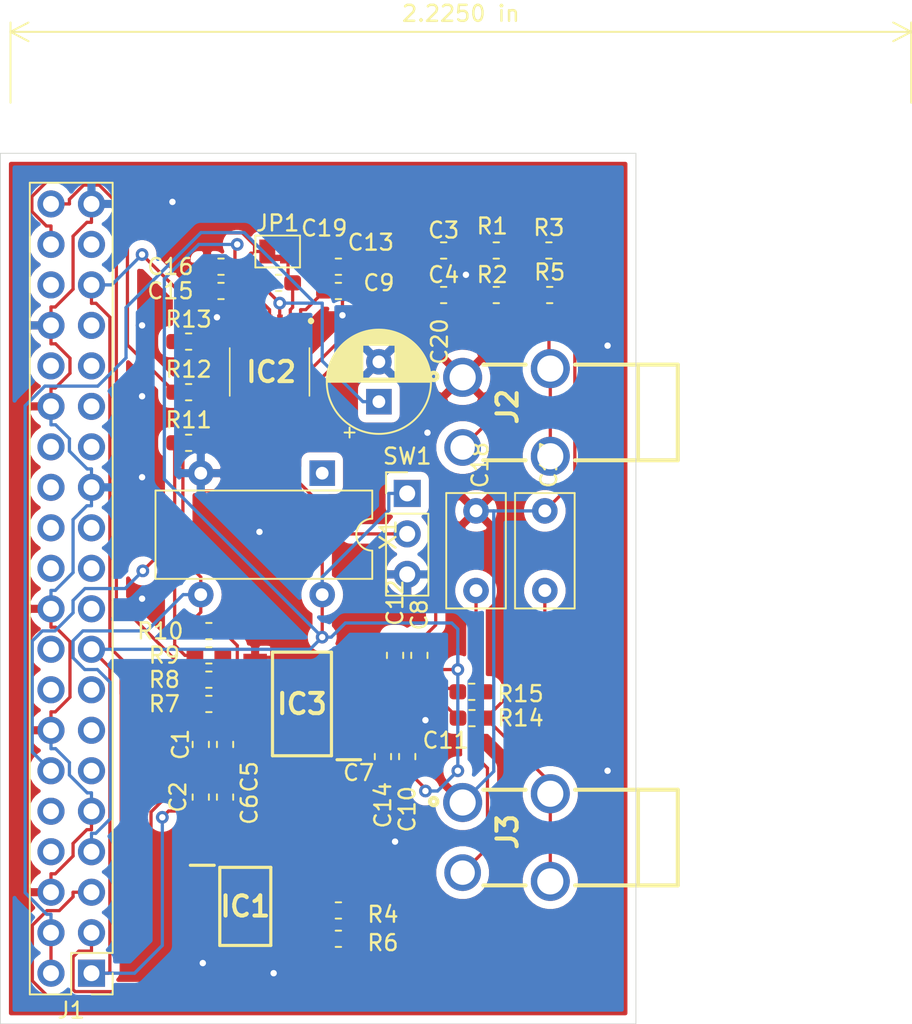
<source format=kicad_pcb>
(kicad_pcb (version 20171130) (host pcbnew "(5.1.2)-2")
  (layers (0 F.Cu signal) (31 B.Cu signal) (34 B.Paste user) (35 F.Paste user) (36 B.SilkS user) (37 F.SilkS user) (38 B.Mask user) (39 F.Mask user) (44 Edge.Cuts user))
  (net 0 "")
  (net 1 "Net-(C1-Pad1)")
  (net 2 Earth)
  (net 3 +3V3)
  (net 4 "Net-(C3-Pad2)")
  (net 5 "Net-(C3-Pad1)")
  (net 6 "Net-(C4-Pad2)")
  (net 7 /DAP4_DIN)
  (net 8 "Net-(C7-Pad2)")
  (net 9 "Net-(C7-Pad1)")
  (net 10 GNDA)
  (net 11 "Net-(C13-Pad1)")
  (net 12 "Net-(C11-Pad2)")
  (net 13 "Net-(C17-Pad1)")
  (net 14 "Net-(C18-Pad1)")
  (net 15 +5V)
  (net 16 /I2C_2_SDA)
  (net 17 /I2C_2_SCL)
  (net 18 /AUDIO_MCLK)
  (net 19 "Net-(IC2-Pad7)")
  (net 20 "Net-(IC2-Pad8)")
  (net 21 "Net-(IC2-Pad9)")
  (net 22 "Net-(IC2-Pad11)")
  (net 23 "Net-(IC3-Pad6)")
  (net 24 "Net-(IC3-Pad7)")
  (net 25 "Net-(IC3-Pad12)")
  (net 26 "Net-(IC3-Pad13)")
  (net 27 "Net-(IC3-Pad14)")
  (net 28 "Net-(IC3-Pad15)")
  (net 29 /DAP4_SCLK)
  (net 30 /DAP4_FS)
  (net 31 /DAP4_DOUT)
  (net 32 "Net-(J2-Pad4)")
  (net 33 "Net-(J2-Pad2)")
  (net 34 "Net-(C4-Pad1)")
  (module Capacitor_SMD:C_0603_1608Metric_Pad1.05x0.95mm_HandSolder (layer F.Cu) (at 58.293 62.484 270)
    (fp_text reference C1 (at 0 1.27 90) (layer F.SilkS))
    (fp_text value 10u)
    (pad 2 smd roundrect (at 0.875 0 270) (size 1.05 0.95) (layers F.Cu F.Paste F.Mask) (net 2 Earth))
    (pad 1 smd roundrect (at -0.875 0 270) (size 1.05 0.95) (layers F.Cu F.Paste F.Mask) (net 1 "Net-(C1-Pad1)"))
  )
  (module Capacitor_SMD:C_0603_1608Metric_Pad1.05x0.95mm_HandSolder (layer F.Cu) (at 58.293 65.786 90)
    (fp_text reference C2 (at 0 -1.43 90) (layer F.SilkS))
    (fp_text value 10u)
    (pad 2 smd roundrect (at 0.875 0 90) (size 1.05 0.95) (layers F.Cu F.Paste F.Mask) (net 2 Earth))
    (pad 1 smd roundrect (at -0.875 0 90) (size 1.05 0.95) (layers F.Cu F.Paste F.Mask) (net 3 +3V3))
  )
  (module Capacitor_SMD:C_0603_1608Metric_Pad1.05x0.95mm_HandSolder (layer F.Cu) (at 73.533 31.496)
    (fp_text reference C3 (at 0 -1.27) (layer F.SilkS))
    (fp_text value 4.7u)
    (pad 2 smd roundrect (at 0.875 0) (size 1.05 0.95) (layers F.Cu F.Paste F.Mask) (net 4 "Net-(C3-Pad2)"))
    (pad 1 smd roundrect (at -0.875 0) (size 1.05 0.95) (layers F.Cu F.Paste F.Mask) (net 5 "Net-(C3-Pad1)"))
  )
  (module Capacitor_SMD:C_0603_1608Metric_Pad1.05x0.95mm_HandSolder (layer F.Cu) (at 73.533 34.29)
    (fp_text reference C4 (at 0 -1.27) (layer F.SilkS))
    (fp_text value 4.7u)
    (pad 1 smd roundrect (at -0.875 0) (size 1.05 0.95) (layers F.Cu F.Paste F.Mask) (net 34 "Net-(C4-Pad1)"))
    (pad 2 smd roundrect (at 0.875 0) (size 1.05 0.95) (layers F.Cu F.Paste F.Mask) (net 6 "Net-(C4-Pad2)"))
  )
  (module Capacitor_SMD:C_0603_1608Metric_Pad1.05x0.95mm_HandSolder (layer F.Cu) (at 59.817 62.484 270)
    (fp_text reference C5 (at 2.032 -1.524 90) (layer F.SilkS))
    (fp_text value 0.1u)
    (pad 1 smd roundrect (at -0.875 0 270) (size 1.05 0.95) (layers F.Cu F.Paste F.Mask) (net 1 "Net-(C1-Pad1)"))
    (pad 2 smd roundrect (at 0.875 0 270) (size 1.05 0.95) (layers F.Cu F.Paste F.Mask) (net 2 Earth))
  )
  (module Capacitor_SMD:C_0603_1608Metric_Pad1.05x0.95mm_HandSolder (layer F.Cu) (at 59.817 65.786 270)
    (fp_text reference C6 (at 0.762 -1.524 90) (layer F.SilkS))
    (fp_text value 0.1u)
    (pad 1 smd roundrect (at -0.875 0 270) (size 1.05 0.95) (layers F.Cu F.Paste F.Mask) (net 2 Earth))
    (pad 2 smd roundrect (at 0.875 0 270) (size 1.05 0.95) (layers F.Cu F.Paste F.Mask) (net 3 +3V3))
  )
  (module Capacitor_SMD:C_0402_1005Metric (layer F.Cu) (at 65.659 64.008 180)
    (fp_text reference C7 (at -2.54 -0.254) (layer F.SilkS))
    (fp_text value 2.2u)
    (pad 1 smd roundrect (at -0.485 0 180) (size 0.59 0.64) (layers F.Cu F.Paste F.Mask) (net 9 "Net-(C7-Pad1)"))
    (pad 2 smd roundrect (at 0.485 0 180) (size 0.59 0.64) (layers F.Cu F.Paste F.Mask) (net 8 "Net-(C7-Pad2)"))
  )
  (module Capacitor_SMD:C_0603_1608Metric_Pad1.05x0.95mm_HandSolder (layer F.Cu) (at 72.009 56.896 90)
    (fp_text reference C8 (at 2.54 0 90) (layer F.SilkS))
    (fp_text value 0.1u)
    (pad 2 smd roundrect (at 0.875 0 90) (size 1.05 0.95) (layers F.Cu F.Paste F.Mask) (net 10 GNDA))
    (pad 1 smd roundrect (at -0.875 0 90) (size 1.05 0.95) (layers F.Cu F.Paste F.Mask) (net 3 +3V3))
  )
  (module Capacitor_SMD:C_0603_1608Metric_Pad1.05x0.95mm_HandSolder (layer F.Cu) (at 66.929 34.036)
    (fp_text reference C9 (at 2.54 -0.508) (layer F.SilkS))
    (fp_text value 0.1u)
    (pad 2 smd roundrect (at 0.875 0) (size 1.05 0.95) (layers F.Cu F.Paste F.Mask) (net 10 GNDA))
    (pad 1 smd roundrect (at -0.875 0) (size 1.05 0.95) (layers F.Cu F.Paste F.Mask) (net 11 "Net-(C13-Pad1)"))
  )
  (module Capacitor_SMD:C_0603_1608Metric_Pad1.05x0.95mm_HandSolder (layer F.Cu) (at 71.247 63.246 90)
    (fp_text reference C10 (at -3.302 0 90) (layer F.SilkS))
    (fp_text value 0.1u)
    (pad 1 smd roundrect (at -0.875 0 90) (size 1.05 0.95) (layers F.Cu F.Paste F.Mask) (net 3 +3V3))
    (pad 2 smd roundrect (at 0.875 0 90) (size 1.05 0.95) (layers F.Cu F.Paste F.Mask) (net 10 GNDA))
  )
  (module Capacitor_SMD:C_0402_1005Metric (layer F.Cu) (at 70.485 60.96 180)
    (fp_text reference C11 (at -3.175 -1.27) (layer F.SilkS))
    (fp_text value 2.2u)
    (pad 2 smd roundrect (at 0.485 0 180) (size 0.59 0.64) (layers F.Cu F.Paste F.Mask) (net 12 "Net-(C11-Pad2)"))
    (pad 1 smd roundrect (at -0.485 0 180) (size 0.59 0.64) (layers F.Cu F.Paste F.Mask) (net 10 GNDA))
  )
  (module Capacitor_SMD:C_0603_1608Metric_Pad1.05x0.95mm_HandSolder (layer F.Cu) (at 70.485 56.896 90)
    (fp_text reference C12 (at 3.302 0 90) (layer F.SilkS))
    (fp_text value 10u)
    (pad 1 smd roundrect (at -0.875 0 90) (size 1.05 0.95) (layers F.Cu F.Paste F.Mask) (net 3 +3V3))
    (pad 2 smd roundrect (at 0.875 0 90) (size 1.05 0.95) (layers F.Cu F.Paste F.Mask) (net 10 GNDA))
  )
  (module Capacitor_SMD:C_0603_1608Metric_Pad1.05x0.95mm_HandSolder (layer F.Cu) (at 66.929 32.512)
    (fp_text reference C13 (at 2.032 -1.524) (layer F.SilkS))
    (fp_text value 10u)
    (pad 1 smd roundrect (at -0.875 0) (size 1.05 0.95) (layers F.Cu F.Paste F.Mask) (net 11 "Net-(C13-Pad1)"))
    (pad 2 smd roundrect (at 0.875 0) (size 1.05 0.95) (layers F.Cu F.Paste F.Mask) (net 10 GNDA))
  )
  (module Capacitor_SMD:C_0603_1608Metric_Pad1.05x0.95mm_HandSolder (layer F.Cu) (at 69.723 63.246 90)
    (fp_text reference C14 (at -3.048 0 90) (layer F.SilkS))
    (fp_text value 10u)
    (pad 2 smd roundrect (at 0.875 0 90) (size 1.05 0.95) (layers F.Cu F.Paste F.Mask) (net 10 GNDA))
    (pad 1 smd roundrect (at -0.875 0 90) (size 1.05 0.95) (layers F.Cu F.Paste F.Mask) (net 3 +3V3))
  )
  (module Capacitor_SMD:C_0603_1608Metric_Pad1.05x0.95mm_HandSolder (layer F.Cu) (at 59.563 34.036 180)
    (fp_text reference C15 (at 3.175 0) (layer F.SilkS))
    (fp_text value 0.1u)
    (pad 1 smd roundrect (at -0.875 0 180) (size 1.05 0.95) (layers F.Cu F.Paste F.Mask) (net 3 +3V3))
    (pad 2 smd roundrect (at 0.875 0 180) (size 1.05 0.95) (layers F.Cu F.Paste F.Mask) (net 2 Earth))
  )
  (module Capacitor_SMD:C_0603_1608Metric_Pad1.05x0.95mm_HandSolder (layer F.Cu) (at 59.563 32.512 180)
    (fp_text reference C16 (at 3.175 0) (layer F.SilkS))
    (fp_text value 10u)
    (pad 2 smd roundrect (at 0.875 0 180) (size 1.05 0.95) (layers F.Cu F.Paste F.Mask) (net 2 Earth))
    (pad 1 smd roundrect (at -0.875 0 180) (size 1.05 0.95) (layers F.Cu F.Paste F.Mask) (net 3 +3V3))
  )
  (module Capacitor_THT:C_Rect_L7.0mm_W3.5mm_P5.00mm (layer F.Cu) (at 79.883 52.832 90)
    (fp_text reference C17 (at 7.874 0.254 90) (layer F.SilkS))
    (fp_text value 2200p)
    (pad 2 thru_hole circle (at 5 0 90) (size 1.6 1.6) (drill 0.8) (layers *.Cu *.Mask) (net 10 GNDA))
    (pad 1 thru_hole circle (at 0 0 90) (size 1.6 1.6) (drill 0.8) (layers *.Cu *.Mask) (net 13 "Net-(C17-Pad1)"))
  )
  (module Capacitor_THT:C_Rect_L7.0mm_W3.5mm_P5.00mm (layer F.Cu) (at 75.565 52.832 90)
    (fp_text reference C18 (at 7.874 0.254 90) (layer F.SilkS))
    (fp_text value 2200p)
    (pad 1 thru_hole circle (at 0 0 90) (size 1.6 1.6) (drill 0.8) (layers *.Cu *.Mask) (net 14 "Net-(C18-Pad1)"))
    (pad 2 thru_hole circle (at 5 0 90) (size 1.6 1.6) (drill 0.8) (layers *.Cu *.Mask) (net 10 GNDA))
  )
  (module Capacitor_SMD:C_0603_1608Metric_Pad1.05x0.95mm_HandSolder (layer F.Cu) (at 63.1825 33.528)
    (fp_text reference C19 (at 2.8575 -3.429) (layer F.SilkS))
    (fp_text value 0.1u)
    (pad 1 smd roundrect (at -0.875 0) (size 1.05 0.95) (layers F.Cu F.Paste F.Mask) (net 15 +5V))
    (pad 2 smd roundrect (at 0.875 0) (size 1.05 0.95) (layers F.Cu F.Paste F.Mask) (net 10 GNDA))
  )
  (module Capacitor_THT:CP_Radial_D6.3mm_P2.50mm (layer F.Cu) (at 69.469 40.981 90)
    (fp_text reference C20 (at 3.77 3.81 90) (layer F.SilkS))
    (fp_text value 47u)
    (pad 1 thru_hole rect (at 0 0 90) (size 1.6 1.6) (drill 0.8) (layers *.Cu *.Mask) (net 15 +5V))
    (pad 2 thru_hole circle (at 2.5 0 90) (size 1.6 1.6) (drill 0.8) (layers *.Cu *.Mask) (net 10 GNDA))
  )
  (module SamacSys_Parts:SOIC127P600X175-8N (layer F.Cu) (at 61.087 72.644)
    (fp_text reference IC1 (at 0 0) (layer F.SilkS) (effects (font (size 1.27 1.27) (thickness 0.254))))
    (fp_text value ATECC608A-SSHDA-B hide)
    (pad 1 smd rect (at -2.7 -1.905 90) (size 0.65 1.5) (layers F.Cu F.Paste F.Mask))
    (pad 2 smd rect (at -2.7 -0.635 90) (size 0.65 1.5) (layers F.Cu F.Paste F.Mask))
    (pad 3 smd rect (at -2.7 0.635 90) (size 0.65 1.5) (layers F.Cu F.Paste F.Mask))
    (pad 4 smd rect (at -2.7 1.905 90) (size 0.65 1.5) (layers F.Cu F.Paste F.Mask) (net 2 Earth))
    (pad 5 smd rect (at 2.7 1.905 90) (size 0.65 1.5) (layers F.Cu F.Paste F.Mask) (net 16 /I2C_2_SDA))
    (pad 6 smd rect (at 2.7 0.635 90) (size 0.65 1.5) (layers F.Cu F.Paste F.Mask) (net 17 /I2C_2_SCL))
    (pad 7 smd rect (at 2.7 -0.635 90) (size 0.65 1.5) (layers F.Cu F.Paste F.Mask))
    (pad 8 smd rect (at 2.7 -1.905 90) (size 0.65 1.5) (layers F.Cu F.Paste F.Mask) (net 3 +3V3))
  )
  (module SamacSys_Parts:PCM1808PWR (layer F.Cu) (at 62.611 39.116 180)
    (fp_text reference IC2 (at -0.1 0) (layer F.SilkS) (effects (font (size 1.27 1.27) (thickness 0.254))))
    (fp_text value PCM1808PWR hide)
    (pad 1 smd rect (at -1.95 2.8 180) (size 0.35 1.6) (layers F.Cu F.Paste F.Mask) (net 11 "Net-(C13-Pad1)"))
    (pad 2 smd rect (at -1.3 2.8 180) (size 0.35 1.6) (layers F.Cu F.Paste F.Mask) (net 10 GNDA))
    (pad 3 smd rect (at -0.65 2.8 180) (size 0.35 1.6) (layers F.Cu F.Paste F.Mask) (net 15 +5V))
    (pad 4 smd rect (at 0 2.8 180) (size 0.35 1.6) (layers F.Cu F.Paste F.Mask) (net 3 +3V3))
    (pad 5 smd rect (at 0.65 2.8 180) (size 0.35 1.6) (layers F.Cu F.Paste F.Mask) (net 2 Earth))
    (pad 6 smd rect (at 1.3 2.8 180) (size 0.35 1.6) (layers F.Cu F.Paste F.Mask) (net 18 /AUDIO_MCLK))
    (pad 7 smd rect (at 1.95 2.8 180) (size 0.35 1.6) (layers F.Cu F.Paste F.Mask) (net 19 "Net-(IC2-Pad7)"))
    (pad 8 smd rect (at 1.95 -2.8 180) (size 0.35 1.6) (layers F.Cu F.Paste F.Mask) (net 20 "Net-(IC2-Pad8)"))
    (pad 9 smd rect (at 1.3 -2.8 180) (size 0.35 1.6) (layers F.Cu F.Paste F.Mask) (net 21 "Net-(IC2-Pad9)"))
    (pad 10 smd rect (at 0.65 -2.8 180) (size 0.35 1.6) (layers F.Cu F.Paste F.Mask) (net 3 +3V3))
    (pad 11 smd rect (at 0 -2.8 180) (size 0.35 1.6) (layers F.Cu F.Paste F.Mask) (net 22 "Net-(IC2-Pad11)"))
    (pad 12 smd rect (at -0.65 -2.8 180) (size 0.35 1.6) (layers F.Cu F.Paste F.Mask) (net 2 Earth))
    (pad 13 smd rect (at -1.3 -2.8 180) (size 0.35 1.6) (layers F.Cu F.Paste F.Mask) (net 5 "Net-(C3-Pad1)"))
    (pad 14 smd rect (at -1.95 -2.8 180) (size 0.35 1.6) (layers F.Cu F.Paste F.Mask) (net 34 "Net-(C4-Pad1)"))
  )
  (module SamacSys_Parts:SOP65P640X120-20N (layer F.Cu) (at 64.643 59.944 180)
    (fp_text reference IC3 (at 0 0) (layer F.SilkS) (effects (font (size 1.27 1.27) (thickness 0.254))))
    (fp_text value PCM5102PW hide)
    (pad 1 smd rect (at -2.938 -2.925 270) (size 0.45 1.475) (layers F.Cu F.Paste F.Mask) (net 3 +3V3))
    (pad 2 smd rect (at -2.938 -2.275 270) (size 0.45 1.475) (layers F.Cu F.Paste F.Mask) (net 9 "Net-(C7-Pad1)"))
    (pad 3 smd rect (at -2.938 -1.625 270) (size 0.45 1.475) (layers F.Cu F.Paste F.Mask) (net 10 GNDA))
    (pad 4 smd rect (at -2.938 -0.975 270) (size 0.45 1.475) (layers F.Cu F.Paste F.Mask) (net 8 "Net-(C7-Pad2)"))
    (pad 5 smd rect (at -2.938 -0.325 270) (size 0.45 1.475) (layers F.Cu F.Paste F.Mask) (net 12 "Net-(C11-Pad2)"))
    (pad 6 smd rect (at -2.938 0.325 270) (size 0.45 1.475) (layers F.Cu F.Paste F.Mask) (net 23 "Net-(IC3-Pad6)"))
    (pad 7 smd rect (at -2.938 0.975 270) (size 0.45 1.475) (layers F.Cu F.Paste F.Mask) (net 24 "Net-(IC3-Pad7)"))
    (pad 8 smd rect (at -2.938 1.625 270) (size 0.45 1.475) (layers F.Cu F.Paste F.Mask) (net 3 +3V3))
    (pad 9 smd rect (at -2.938 2.275 270) (size 0.45 1.475) (layers F.Cu F.Paste F.Mask) (net 10 GNDA))
    (pad 10 smd rect (at -2.938 2.925 270) (size 0.45 1.475) (layers F.Cu F.Paste F.Mask) (net 2 Earth))
    (pad 11 smd rect (at 2.938 2.925 270) (size 0.45 1.475) (layers F.Cu F.Paste F.Mask) (net 2 Earth))
    (pad 12 smd rect (at 2.938 2.275 270) (size 0.45 1.475) (layers F.Cu F.Paste F.Mask) (net 25 "Net-(IC3-Pad12)"))
    (pad 13 smd rect (at 2.938 1.625 270) (size 0.45 1.475) (layers F.Cu F.Paste F.Mask) (net 26 "Net-(IC3-Pad13)"))
    (pad 14 smd rect (at 2.938 0.975 270) (size 0.45 1.475) (layers F.Cu F.Paste F.Mask) (net 27 "Net-(IC3-Pad14)"))
    (pad 15 smd rect (at 2.938 0.325 270) (size 0.45 1.475) (layers F.Cu F.Paste F.Mask) (net 28 "Net-(IC3-Pad15)"))
    (pad 16 smd rect (at 2.938 -0.325 270) (size 0.45 1.475) (layers F.Cu F.Paste F.Mask) (net 2 Earth))
    (pad 17 smd rect (at 2.938 -0.975 270) (size 0.45 1.475) (layers F.Cu F.Paste F.Mask) (net 3 +3V3))
    (pad 18 smd rect (at 2.938 -1.625 270) (size 0.45 1.475) (layers F.Cu F.Paste F.Mask) (net 1 "Net-(C1-Pad1)"))
    (pad 19 smd rect (at 2.938 -2.275 270) (size 0.45 1.475) (layers F.Cu F.Paste F.Mask) (net 2 Earth))
    (pad 20 smd rect (at 2.938 -2.925 270) (size 0.45 1.475) (layers F.Cu F.Paste F.Mask) (net 3 +3V3))
  )
  (module Connector_PinHeader_2.54mm:PinHeader_2x20_P2.54mm_Vertical (layer F.Cu) (at 51.435 76.835 180)
    (fp_text reference J1 (at 1.27 -2.33) (layer F.SilkS))
    (fp_text value "Jetson Nano J41 Header")
    (pad 1 thru_hole rect (at 0 0 180) (size 1.7 1.7) (drill 1) (layers *.Cu *.Mask) (net 3 +3V3))
    (pad 2 thru_hole oval (at 2.54 0 180) (size 1.7 1.7) (drill 1) (layers *.Cu *.Mask) (net 15 +5V))
    (pad 3 thru_hole oval (at 0 2.54 180) (size 1.7 1.7) (drill 1) (layers *.Cu *.Mask) (net 16 /I2C_2_SDA))
    (pad 4 thru_hole oval (at 2.54 2.54 180) (size 1.7 1.7) (drill 1) (layers *.Cu *.Mask) (net 15 +5V))
    (pad 5 thru_hole oval (at 0 5.08 180) (size 1.7 1.7) (drill 1) (layers *.Cu *.Mask) (net 17 /I2C_2_SCL))
    (pad 6 thru_hole oval (at 2.54 5.08 180) (size 1.7 1.7) (drill 1) (layers *.Cu *.Mask) (net 2 Earth))
    (pad 7 thru_hole oval (at 0 7.62 180) (size 1.7 1.7) (drill 1) (layers *.Cu *.Mask) (net 18 /AUDIO_MCLK))
    (pad 8 thru_hole oval (at 2.54 7.62 180) (size 1.7 1.7) (drill 1) (layers *.Cu *.Mask))
    (pad 9 thru_hole oval (at 0 10.16 180) (size 1.7 1.7) (drill 1) (layers *.Cu *.Mask) (net 2 Earth))
    (pad 10 thru_hole oval (at 2.54 10.16 180) (size 1.7 1.7) (drill 1) (layers *.Cu *.Mask))
    (pad 11 thru_hole oval (at 0 12.7 180) (size 1.7 1.7) (drill 1) (layers *.Cu *.Mask))
    (pad 12 thru_hole oval (at 2.54 12.7 180) (size 1.7 1.7) (drill 1) (layers *.Cu *.Mask) (net 29 /DAP4_SCLK))
    (pad 13 thru_hole oval (at 0 15.24 180) (size 1.7 1.7) (drill 1) (layers *.Cu *.Mask))
    (pad 14 thru_hole oval (at 2.54 15.24 180) (size 1.7 1.7) (drill 1) (layers *.Cu *.Mask) (net 2 Earth))
    (pad 15 thru_hole oval (at 0 17.78 180) (size 1.7 1.7) (drill 1) (layers *.Cu *.Mask))
    (pad 16 thru_hole oval (at 2.54 17.78 180) (size 1.7 1.7) (drill 1) (layers *.Cu *.Mask))
    (pad 17 thru_hole oval (at 0 20.32 180) (size 1.7 1.7) (drill 1) (layers *.Cu *.Mask) (net 3 +3V3))
    (pad 18 thru_hole oval (at 2.54 20.32 180) (size 1.7 1.7) (drill 1) (layers *.Cu *.Mask))
    (pad 19 thru_hole oval (at 0 22.86 180) (size 1.7 1.7) (drill 1) (layers *.Cu *.Mask))
    (pad 20 thru_hole oval (at 2.54 22.86 180) (size 1.7 1.7) (drill 1) (layers *.Cu *.Mask) (net 2 Earth))
    (pad 21 thru_hole oval (at 0 25.4 180) (size 1.7 1.7) (drill 1) (layers *.Cu *.Mask))
    (pad 22 thru_hole oval (at 2.54 25.4 180) (size 1.7 1.7) (drill 1) (layers *.Cu *.Mask))
    (pad 23 thru_hole oval (at 0 27.94 180) (size 1.7 1.7) (drill 1) (layers *.Cu *.Mask))
    (pad 24 thru_hole oval (at 2.54 27.94 180) (size 1.7 1.7) (drill 1) (layers *.Cu *.Mask))
    (pad 25 thru_hole oval (at 0 30.48 180) (size 1.7 1.7) (drill 1) (layers *.Cu *.Mask) (net 2 Earth))
    (pad 26 thru_hole oval (at 2.54 30.48 180) (size 1.7 1.7) (drill 1) (layers *.Cu *.Mask))
    (pad 27 thru_hole oval (at 0 33.02 180) (size 1.7 1.7) (drill 1) (layers *.Cu *.Mask))
    (pad 28 thru_hole oval (at 2.54 33.02 180) (size 1.7 1.7) (drill 1) (layers *.Cu *.Mask))
    (pad 29 thru_hole oval (at 0 35.56 180) (size 1.7 1.7) (drill 1) (layers *.Cu *.Mask))
    (pad 30 thru_hole oval (at 2.54 35.56 180) (size 1.7 1.7) (drill 1) (layers *.Cu *.Mask) (net 2 Earth))
    (pad 31 thru_hole oval (at 0 38.1 180) (size 1.7 1.7) (drill 1) (layers *.Cu *.Mask))
    (pad 32 thru_hole oval (at 2.54 38.1 180) (size 1.7 1.7) (drill 1) (layers *.Cu *.Mask))
    (pad 33 thru_hole oval (at 0 40.64 180) (size 1.7 1.7) (drill 1) (layers *.Cu *.Mask))
    (pad 34 thru_hole oval (at 2.54 40.64 180) (size 1.7 1.7) (drill 1) (layers *.Cu *.Mask) (net 2 Earth))
    (pad 35 thru_hole oval (at 0 43.18 180) (size 1.7 1.7) (drill 1) (layers *.Cu *.Mask) (net 30 /DAP4_FS))
    (pad 36 thru_hole oval (at 2.54 43.18 180) (size 1.7 1.7) (drill 1) (layers *.Cu *.Mask))
    (pad 37 thru_hole oval (at 0 45.72 180) (size 1.7 1.7) (drill 1) (layers *.Cu *.Mask))
    (pad 38 thru_hole oval (at 2.54 45.72 180) (size 1.7 1.7) (drill 1) (layers *.Cu *.Mask) (net 7 /DAP4_DIN))
    (pad 39 thru_hole oval (at 0 48.26 180) (size 1.7 1.7) (drill 1) (layers *.Cu *.Mask) (net 2 Earth))
    (pad 40 thru_hole oval (at 2.54 48.26 180) (size 1.7 1.7) (drill 1) (layers *.Cu *.Mask) (net 31 /DAP4_DOUT))
  )
  (module SamacSys_Parts:MJ-8435 (layer F.Cu) (at 85.725 41.656 270)
    (fp_text reference J2 (at -0.364 8.187 90) (layer F.SilkS) (effects (font (size 1.27 1.27) (thickness 0.254))))
    (fp_text value MJ-8435 hide)
    (pad 4 thru_hole circle (at 2.2 11 270) (size 2.3 2.3) (drill 1.53) (layers *.Cu *.Mask) (net 32 "Net-(J2-Pad4)"))
    (pad 3 thru_hole circle (at 2.75 5.5 270) (size 2.45 2.45) (drill 1.64) (layers *.Cu *.Mask) (net 33 "Net-(J2-Pad2)"))
    (pad 2 thru_hole circle (at -2.75 5.5 270) (size 2.45 2.45) (drill 1.64) (layers *.Cu *.Mask) (net 33 "Net-(J2-Pad2)"))
    (pad 1 thru_hole circle (at -2.2 11 270) (size 2.45 2.45) (drill 1.64) (layers *.Cu *.Mask) (net 10 GNDA))
  )
  (module SamacSys_Parts:MJ-8435 (layer F.Cu) (at 85.725 68.326 270)
    (fp_text reference J3 (at -0.364 8.187 90) (layer F.SilkS) (effects (font (size 1.27 1.27) (thickness 0.254))))
    (fp_text value MJ-8435 hide)
    (pad 1 thru_hole circle (at -2.2 11 270) (size 2.45 2.45) (drill 1.64) (layers *.Cu *.Mask) (net 10 GNDA))
    (pad 2 thru_hole circle (at -2.75 5.5 270) (size 2.45 2.45) (drill 1.64) (layers *.Cu *.Mask) (net 13 "Net-(C17-Pad1)"))
    (pad 3 thru_hole circle (at 2.75 5.5 270) (size 2.45 2.45) (drill 1.64) (layers *.Cu *.Mask) (net 13 "Net-(C17-Pad1)"))
    (pad 4 thru_hole circle (at 2.2 11 270) (size 2.3 2.3) (drill 1.53) (layers *.Cu *.Mask) (net 14 "Net-(C18-Pad1)"))
  )
  (module Jumper:SolderJumper-2_P1.3mm_Bridged2Bar_Pad1.0x1.5mm (layer F.Cu) (at 63.119 31.5595)
    (fp_text reference JP1 (at 0 -1.778) (layer F.SilkS))
    (fp_text value Jumper_2_Bridged)
    (fp_poly (pts (xy -0.25 0.2) (xy 0.25 0.2) (xy 0.25 0.6) (xy -0.25 0.6)) (layer F.Cu) (width 0))
    (fp_poly (pts (xy -0.25 -0.6) (xy 0.25 -0.6) (xy 0.25 -0.2) (xy -0.25 -0.2)) (layer F.Cu) (width 0))
    (pad 1 smd rect (at -0.65 0) (size 1 1.5) (layers F.Cu F.Mask) (net 2 Earth))
    (pad 2 smd rect (at 0.65 0) (size 1 1.5) (layers F.Cu F.Mask) (net 10 GNDA))
  )
  (module Resistor_SMD:R_0603_1608Metric_Pad1.05x0.95mm_HandSolder (layer F.Cu) (at 76.835 31.496 180)
    (fp_text reference R1 (at 0.254 1.524) (layer F.SilkS))
    (fp_text value 10k)
    (pad 2 smd roundrect (at 0.875 0 180) (size 1.05 0.95) (layers F.Cu F.Paste F.Mask) (net 4 "Net-(C3-Pad2)"))
    (pad 1 smd roundrect (at -0.875 0 180) (size 1.05 0.95) (layers F.Cu F.Paste F.Mask) (net 33 "Net-(J2-Pad2)"))
  )
  (module Resistor_SMD:R_0603_1608Metric_Pad1.05x0.95mm_HandSolder (layer F.Cu) (at 76.835 34.29 180)
    (fp_text reference R2 (at 0.254 1.27) (layer F.SilkS))
    (fp_text value 10k)
    (pad 1 smd roundrect (at -0.875 0 180) (size 1.05 0.95) (layers F.Cu F.Paste F.Mask) (net 32 "Net-(J2-Pad4)"))
    (pad 2 smd roundrect (at 0.875 0 180) (size 1.05 0.95) (layers F.Cu F.Paste F.Mask) (net 6 "Net-(C4-Pad2)"))
  )
  (module Resistor_SMD:R_0603_1608Metric_Pad1.05x0.95mm_HandSolder (layer F.Cu) (at 80.137 31.496)
    (fp_text reference R3 (at 0 -1.43) (layer F.SilkS))
    (fp_text value 12k)
    (pad 2 smd roundrect (at 0.875 0) (size 1.05 0.95) (layers F.Cu F.Paste F.Mask) (net 10 GNDA))
    (pad 1 smd roundrect (at -0.875 0) (size 1.05 0.95) (layers F.Cu F.Paste F.Mask) (net 4 "Net-(C3-Pad2)"))
  )
  (module Resistor_SMD:R_0603_1608Metric_Pad1.05x0.95mm_HandSolder (layer F.Cu) (at 66.929 72.898 180)
    (fp_text reference R4 (at -2.794 -0.254) (layer F.SilkS))
    (fp_text value 1.2k)
    (pad 2 smd roundrect (at 0.875 0 180) (size 1.05 0.95) (layers F.Cu F.Paste F.Mask) (net 17 /I2C_2_SCL))
    (pad 1 smd roundrect (at -0.875 0 180) (size 1.05 0.95) (layers F.Cu F.Paste F.Mask) (net 3 +3V3))
  )
  (module Resistor_SMD:R_0603_1608Metric_Pad1.05x0.95mm_HandSolder (layer F.Cu) (at 80.1865 34.29)
    (fp_text reference R5 (at 0 -1.43) (layer F.SilkS))
    (fp_text value 12k)
    (pad 1 smd roundrect (at -0.875 0) (size 1.05 0.95) (layers F.Cu F.Paste F.Mask) (net 6 "Net-(C4-Pad2)"))
    (pad 2 smd roundrect (at 0.875 0) (size 1.05 0.95) (layers F.Cu F.Paste F.Mask) (net 10 GNDA))
  )
  (module Resistor_SMD:R_0603_1608Metric_Pad1.05x0.95mm_HandSolder (layer F.Cu) (at 66.929 74.676 180)
    (fp_text reference R6 (at -2.794 -0.254) (layer F.SilkS))
    (fp_text value 1.2k)
    (pad 1 smd roundrect (at -0.875 0 180) (size 1.05 0.95) (layers F.Cu F.Paste F.Mask) (net 3 +3V3))
    (pad 2 smd roundrect (at 0.875 0 180) (size 1.05 0.95) (layers F.Cu F.Paste F.Mask) (net 16 /I2C_2_SDA))
  )
  (module Resistor_SMD:R_0603_1608Metric_Pad1.05x0.95mm_HandSolder (layer F.Cu) (at 58.801 59.944)
    (fp_text reference R7 (at -2.794 0) (layer F.SilkS))
    (fp_text value 51)
    (pad 2 smd roundrect (at 0.875 0) (size 1.05 0.95) (layers F.Cu F.Paste F.Mask) (net 28 "Net-(IC3-Pad15)"))
    (pad 1 smd roundrect (at -0.875 0) (size 1.05 0.95) (layers F.Cu F.Paste F.Mask) (net 30 /DAP4_FS))
  )
  (module Resistor_SMD:R_0603_1608Metric_Pad1.05x0.95mm_HandSolder (layer F.Cu) (at 58.801 58.42)
    (fp_text reference R8 (at -2.794 0) (layer F.SilkS))
    (fp_text value 51)
    (pad 1 smd roundrect (at -0.875 0) (size 1.05 0.95) (layers F.Cu F.Paste F.Mask) (net 31 /DAP4_DOUT))
    (pad 2 smd roundrect (at 0.875 0) (size 1.05 0.95) (layers F.Cu F.Paste F.Mask) (net 27 "Net-(IC3-Pad14)"))
  )
  (module Resistor_SMD:R_0603_1608Metric_Pad1.05x0.95mm_HandSolder (layer F.Cu) (at 58.801 56.896)
    (fp_text reference R9 (at -2.794 0) (layer F.SilkS))
    (fp_text value 51)
    (pad 1 smd roundrect (at -0.875 0) (size 1.05 0.95) (layers F.Cu F.Paste F.Mask) (net 29 /DAP4_SCLK))
    (pad 2 smd roundrect (at 0.875 0) (size 1.05 0.95) (layers F.Cu F.Paste F.Mask) (net 26 "Net-(IC3-Pad13)"))
  )
  (module Resistor_SMD:R_0603_1608Metric_Pad1.05x0.95mm_HandSolder (layer F.Cu) (at 58.801 55.372)
    (fp_text reference R10 (at -3.048 0) (layer F.SilkS))
    (fp_text value 51)
    (pad 2 smd roundrect (at 0.875 0) (size 1.05 0.95) (layers F.Cu F.Paste F.Mask) (net 25 "Net-(IC3-Pad12)"))
    (pad 1 smd roundrect (at -0.875 0) (size 1.05 0.95) (layers F.Cu F.Paste F.Mask) (net 18 /AUDIO_MCLK))
  )
  (module Resistor_SMD:R_0603_1608Metric_Pad1.05x0.95mm_HandSolder (layer F.Cu) (at 57.531 43.561)
    (fp_text reference R11 (at 0 -1.43) (layer F.SilkS))
    (fp_text value 51)
    (pad 1 smd roundrect (at -0.875 0) (size 1.05 0.95) (layers F.Cu F.Paste F.Mask) (net 29 /DAP4_SCLK))
    (pad 2 smd roundrect (at 0.875 0) (size 1.05 0.95) (layers F.Cu F.Paste F.Mask) (net 20 "Net-(IC2-Pad8)"))
  )
  (module Resistor_SMD:R_0603_1608Metric_Pad1.05x0.95mm_HandSolder (layer F.Cu) (at 57.531 40.386)
    (fp_text reference R12 (at 0 -1.43) (layer F.SilkS))
    (fp_text value 51)
    (pad 1 smd roundrect (at -0.875 0) (size 1.05 0.95) (layers F.Cu F.Paste F.Mask) (net 7 /DAP4_DIN))
    (pad 2 smd roundrect (at 0.875 0) (size 1.05 0.95) (layers F.Cu F.Paste F.Mask) (net 21 "Net-(IC2-Pad9)"))
  )
  (module Resistor_SMD:R_0603_1608Metric_Pad1.05x0.95mm_HandSolder (layer F.Cu) (at 57.531 37.211 180)
    (fp_text reference R13 (at 0 1.397) (layer F.SilkS))
    (fp_text value 51)
    (pad 2 smd roundrect (at 0.875 0 180) (size 1.05 0.95) (layers F.Cu F.Paste F.Mask) (net 30 /DAP4_FS))
    (pad 1 smd roundrect (at -0.875 0 180) (size 1.05 0.95) (layers F.Cu F.Paste F.Mask) (net 19 "Net-(IC2-Pad7)"))
  )
  (module Resistor_SMD:R_0603_1608Metric_Pad1.05x0.95mm_HandSolder (layer F.Cu) (at 75.311 60.833)
    (fp_text reference R14 (at 3.048 0) (layer F.SilkS))
    (fp_text value 470)
    (pad 1 smd roundrect (at -0.875 0) (size 1.05 0.95) (layers F.Cu F.Paste F.Mask) (net 23 "Net-(IC3-Pad6)"))
    (pad 2 smd roundrect (at 0.875 0) (size 1.05 0.95) (layers F.Cu F.Paste F.Mask) (net 13 "Net-(C17-Pad1)"))
  )
  (module Resistor_SMD:R_0603_1608Metric_Pad1.05x0.95mm_HandSolder (layer F.Cu) (at 75.297 59.182 180)
    (fp_text reference R15 (at -3.062 -0.127) (layer F.SilkS))
    (fp_text value 470)
    (pad 2 smd roundrect (at 0.875 0 180) (size 1.05 0.95) (layers F.Cu F.Paste F.Mask) (net 24 "Net-(IC3-Pad7)"))
    (pad 1 smd roundrect (at -0.875 0 180) (size 1.05 0.95) (layers F.Cu F.Paste F.Mask) (net 14 "Net-(C18-Pad1)"))
  )
  (module Connector_PinHeader_2.54mm:PinHeader_1x03_P2.54mm_Vertical (layer F.Cu) (at 71.247 46.736)
    (fp_text reference SW1 (at 0 -2.33) (layer F.SilkS))
    (fp_text value SW_SPDT)
    (pad 1 thru_hole rect (at 0 0) (size 1.7 1.7) (drill 1) (layers *.Cu *.Mask) (net 3 +3V3))
    (pad 2 thru_hole oval (at 0 2.54) (size 1.7 1.7) (drill 1) (layers *.Cu *.Mask) (net 22 "Net-(IC2-Pad11)"))
    (pad 3 thru_hole oval (at 0 5.08) (size 1.7 1.7) (drill 1) (layers *.Cu *.Mask) (net 2 Earth))
  )
  (module Oscillator:Oscillator_SeikoEpson_SG-8002DC (layer F.Cu) (at 65.913 45.466 270)
    (fp_text reference X1 (at 3.86 -4.14 90) (layer F.SilkS))
    (fp_text value SG-8002DC)
    (pad 1 thru_hole rect (at 0 0 270) (size 1.6 1.6) (drill 0.8) (layers *.Cu *.Mask))
    (pad 5 thru_hole oval (at 7.62 7.62 270) (size 1.6 1.6) (drill 0.8) (layers *.Cu *.Mask) (net 18 /AUDIO_MCLK))
    (pad 4 thru_hole oval (at 0 7.62 270) (size 1.6 1.6) (drill 0.8) (layers *.Cu *.Mask) (net 2 Earth))
    (pad 8 thru_hole oval (at 7.62 0 270) (size 1.6 1.6) (drill 0.8) (layers *.Cu *.Mask) (net 3 +3V3))
  )
  (gr_line (start 45.72 80.01) (end 45.72 25.4) (layer Edge.Cuts) (width 0.05))
  (gr_line (start 85.598 80.01) (end 45.72 80.01) (layer Edge.Cuts) (width 0.05))
  (gr_line (start 85.598 25.4) (end 85.598 80.01) (layer Edge.Cuts) (width 0.05))
  (gr_line (start 45.72 25.4) (end 85.598 25.4) (layer Edge.Cuts) (width 0.05))
  (dimension 56.515 (width 0.12) (layer F.SilkS) (gr_text "56.515 mm" (at 74.6125 16.51) (layer F.SilkS) (effects (font (size 1 1) (thickness 0.15)))) (feature1 (pts (xy 102.87 22.225) (xy 102.87 17.193579))) (feature2 (pts (xy 46.355 22.225) (xy 46.355 17.193579))) (crossbar (pts (xy 46.355 17.78) (xy 102.87 17.78))) (arrow1a (pts (xy 102.87 17.78) (xy 101.743496 18.366421))) (arrow1b (pts (xy 102.87 17.78) (xy 101.743496 17.193579))) (arrow2a (pts (xy 46.355 17.78) (xy 47.481504 18.366421))) (arrow2b (pts (xy 46.355 17.78) (xy 47.481504 17.193579))))
  (segment (start 61.705 61.569) (end 59.857 61.569) (width 0.2032) (layer F.Cu) (net 1))
  (segment (start 59.857 61.569) (end 59.817 61.609) (width 0.2032) (layer F.Cu) (net 1))
  (segment (start 59.817 61.609) (end 58.293 61.609) (width 0.2032) (layer F.Cu) (net 1))
  (via (at 54.61 36.195) (size 0.8) (drill 0.4) (layers F.Cu B.Cu) (net 2))
  (via (at 54.61 40.64) (size 0.8) (drill 0.4) (layers F.Cu B.Cu) (net 2))
  (via (at 54.61 45.72) (size 0.8) (drill 0.4) (layers F.Cu B.Cu) (net 2))
  (via (at 62.865 76.835) (size 0.8) (drill 0.4) (layers F.Cu B.Cu) (net 2))
  (segment (start 48.895 61.595) (end 48.895 60.4399) (width 0.2032) (layer F.Cu) (net 2))
  (segment (start 48.895 53.975) (end 48.895 55.1301) (width 0.2032) (layer F.Cu) (net 2))
  (segment (start 48.895 55.1301) (end 49.1838 55.1301) (width 0.2032) (layer F.Cu) (net 2))
  (segment (start 49.1838 55.1301) (end 50.0856 56.0319) (width 0.2032) (layer F.Cu) (net 2))
  (segment (start 50.0856 56.0319) (end 50.0856 59.5185) (width 0.2032) (layer F.Cu) (net 2))
  (segment (start 50.0856 59.5185) (end 49.1642 60.4399) (width 0.2032) (layer F.Cu) (net 2))
  (segment (start 49.1642 60.4399) (end 48.895 60.4399) (width 0.2032) (layer F.Cu) (net 2))
  (segment (start 58.293 45.466) (end 58.293 46.5711) (width 0.2032) (layer F.Cu) (net 2))
  (segment (start 58.293 46.5711) (end 59.3981 46.5711) (width 0.2032) (layer F.Cu) (net 2))
  (segment (start 59.3981 46.5711) (end 61.976 49.149) (width 0.2032) (layer F.Cu) (net 2))
  (segment (start 59.7851 35.2109) (end 61.961 35.2109) (width 0.2032) (layer F.Cu) (net 2))
  (segment (start 59.309 35.687) (end 59.7851 35.2109) (width 0.2032) (layer F.Cu) (net 2))
  (segment (start 59.7851 35.2109) (end 58.688 34.1138) (width 0.2032) (layer F.Cu) (net 2))
  (segment (start 58.688 34.1138) (end 58.688 34.036) (width 0.2032) (layer F.Cu) (net 2))
  (segment (start 59.817 63.359) (end 58.293 63.359) (width 0.2032) (layer F.Cu) (net 2))
  (segment (start 59.817 64.911) (end 59.817 63.359) (width 0.2032) (layer F.Cu) (net 2))
  (segment (start 61.705 60.269) (end 60.6472 60.269) (width 0.2032) (layer F.Cu) (net 2))
  (segment (start 60.6472 60.269) (end 60.1648 60.7514) (width 0.2032) (layer F.Cu) (net 2))
  (segment (start 60.1648 60.7514) (end 57.8078 60.7514) (width 0.2032) (layer F.Cu) (net 2))
  (segment (start 57.8078 60.7514) (end 57.4825 61.0767) (width 0.2032) (layer F.Cu) (net 2))
  (segment (start 57.4825 61.0767) (end 57.4825 62.5485) (width 0.2032) (layer F.Cu) (net 2))
  (segment (start 57.4825 62.5485) (end 58.293 63.359) (width 0.2032) (layer F.Cu) (net 2))
  (segment (start 51.435 46.355) (end 51.435 45.1999) (width 0.2032) (layer B.Cu) (net 2))
  (segment (start 48.895 41.275) (end 48.895 42.4301) (width 0.2032) (layer B.Cu) (net 2))
  (segment (start 48.895 42.4301) (end 49.1839 42.4301) (width 0.2032) (layer B.Cu) (net 2))
  (segment (start 49.1839 42.4301) (end 50.0501 43.2963) (width 0.2032) (layer B.Cu) (net 2))
  (segment (start 50.0501 43.2963) (end 50.0501 44.0843) (width 0.2032) (layer B.Cu) (net 2))
  (segment (start 50.0501 44.0843) (end 51.1657 45.1999) (width 0.2032) (layer B.Cu) (net 2))
  (segment (start 51.1657 45.1999) (end 51.435 45.1999) (width 0.2032) (layer B.Cu) (net 2))
  (segment (start 48.895 71.755) (end 48.895 70.5999) (width 0.2032) (layer F.Cu) (net 2))
  (segment (start 51.435 66.675) (end 51.435 67.8301) (width 0.2032) (layer F.Cu) (net 2))
  (segment (start 51.435 67.8301) (end 51.1461 67.8301) (width 0.2032) (layer F.Cu) (net 2))
  (segment (start 51.1461 67.8301) (end 50.2799 68.6963) (width 0.2032) (layer F.Cu) (net 2))
  (segment (start 50.2799 68.6963) (end 50.2799 69.4842) (width 0.2032) (layer F.Cu) (net 2))
  (segment (start 50.2799 69.4842) (end 49.1642 70.5999) (width 0.2032) (layer F.Cu) (net 2))
  (segment (start 49.1642 70.5999) (end 48.895 70.5999) (width 0.2032) (layer F.Cu) (net 2))
  (segment (start 48.895 53.975) (end 48.895 52.8199) (width 0.2032) (layer B.Cu) (net 2))
  (segment (start 51.435 46.355) (end 51.435 47.5101) (width 0.2032) (layer B.Cu) (net 2))
  (segment (start 51.435 47.5101) (end 51.1461 47.5101) (width 0.2032) (layer B.Cu) (net 2))
  (segment (start 51.1461 47.5101) (end 50.2799 48.3763) (width 0.2032) (layer B.Cu) (net 2))
  (segment (start 50.2799 48.3763) (end 50.2799 51.7042) (width 0.2032) (layer B.Cu) (net 2))
  (segment (start 50.2799 51.7042) (end 49.1642 52.8199) (width 0.2032) (layer B.Cu) (net 2))
  (segment (start 49.1642 52.8199) (end 48.895 52.8199) (width 0.2032) (layer B.Cu) (net 2))
  (segment (start 62.7476 57.019) (end 62.7476 60.269) (width 0.2032) (layer F.Cu) (net 2))
  (segment (start 61.705 60.269) (end 62.7476 60.269) (width 0.2032) (layer F.Cu) (net 2))
  (segment (start 62.7476 57.019) (end 66.5384 57.019) (width 0.2032) (layer F.Cu) (net 2))
  (segment (start 67.581 57.019) (end 68.6236 57.019) (width 0.2032) (layer F.Cu) (net 2))
  (segment (start 71.247 51.816) (end 71.247 52.9711) (width 0.2032) (layer F.Cu) (net 2))
  (segment (start 71.247 52.9711) (end 68.6236 55.5945) (width 0.2032) (layer F.Cu) (net 2))
  (segment (start 68.6236 55.5945) (end 68.6236 57.019) (width 0.2032) (layer F.Cu) (net 2))
  (segment (start 67.581 57.019) (end 66.5384 57.019) (width 0.2032) (layer F.Cu) (net 2))
  (segment (start 61.976 49.149) (end 62.7476 49.9206) (width 0.2032) (layer F.Cu) (net 2))
  (segment (start 62.7476 49.9206) (end 62.7476 57.019) (width 0.2032) (layer F.Cu) (net 2))
  (segment (start 61.705 57.019) (end 62.7476 57.019) (width 0.2032) (layer F.Cu) (net 2))
  (segment (start 61.705 62.219) (end 60.6624 62.219) (width 0.2032) (layer F.Cu) (net 2))
  (segment (start 59.817 63.359) (end 59.817 63.0644) (width 0.2032) (layer F.Cu) (net 2))
  (segment (start 59.817 63.0644) (end 60.6624 62.219) (width 0.2032) (layer F.Cu) (net 2))
  (segment (start 61.961 36.316) (end 61.961 35.2109) (width 0.2032) (layer F.Cu) (net 2))
  (segment (start 48.895 36.195) (end 48.895 35.0399) (width 0.2032) (layer F.Cu) (net 2))
  (segment (start 51.435 28.575) (end 51.435 29.7301) (width 0.2032) (layer F.Cu) (net 2))
  (segment (start 51.435 29.7301) (end 51.1461 29.7301) (width 0.2032) (layer F.Cu) (net 2))
  (segment (start 51.1461 29.7301) (end 50.2799 30.5963) (width 0.2032) (layer F.Cu) (net 2))
  (segment (start 50.2799 30.5963) (end 50.2799 33.9242) (width 0.2032) (layer F.Cu) (net 2))
  (segment (start 50.2799 33.9242) (end 49.1642 35.0399) (width 0.2032) (layer F.Cu) (net 2))
  (segment (start 49.1642 35.0399) (end 48.895 35.0399) (width 0.2032) (layer F.Cu) (net 2))
  (segment (start 57.3319 74.549) (end 55.1708 72.3879) (width 0.2032) (layer F.Cu) (net 2))
  (segment (start 55.1708 72.3879) (end 55.1708 66.7213) (width 0.2032) (layer F.Cu) (net 2))
  (segment (start 55.1708 66.7213) (end 56.9811 64.911) (width 0.2032) (layer F.Cu) (net 2))
  (segment (start 56.9811 64.911) (end 58.293 64.911) (width 0.2032) (layer F.Cu) (net 2))
  (segment (start 59.309 35.687) (end 58.293 36.703) (width 0.2032) (layer B.Cu) (net 2))
  (segment (start 58.293 36.703) (end 58.293 45.466) (width 0.2032) (layer B.Cu) (net 2))
  (segment (start 59.817 64.911) (end 58.293 64.911) (width 0.2032) (layer F.Cu) (net 2))
  (segment (start 61.961 36.316) (end 61.961 38.8982) (width 0.2032) (layer F.Cu) (net 2))
  (segment (start 61.961 38.8982) (end 63.261 40.1982) (width 0.2032) (layer F.Cu) (net 2))
  (segment (start 63.261 40.1982) (end 63.261 41.916) (width 0.2032) (layer F.Cu) (net 2))
  (segment (start 58.688 34.036) (end 58.688 32.512) (width 0.2032) (layer F.Cu) (net 2))
  (segment (start 58.387 74.549) (end 57.3319 74.549) (width 0.2032) (layer F.Cu) (net 2))
  (segment (start 51.435 66.675) (end 51.435 65.5199) (width 0.2032) (layer B.Cu) (net 2))
  (segment (start 48.895 61.595) (end 48.895 62.7501) (width 0.2032) (layer B.Cu) (net 2))
  (segment (start 48.895 62.7501) (end 49.1839 62.7501) (width 0.2032) (layer B.Cu) (net 2))
  (segment (start 49.1839 62.7501) (end 50.0501 63.6163) (width 0.2032) (layer B.Cu) (net 2))
  (segment (start 50.0501 63.6163) (end 50.0501 64.4043) (width 0.2032) (layer B.Cu) (net 2))
  (segment (start 50.0501 64.4043) (end 51.1657 65.5199) (width 0.2032) (layer B.Cu) (net 2))
  (segment (start 51.1657 65.5199) (end 51.435 65.5199) (width 0.2032) (layer B.Cu) (net 2))
  (segment (start 48.895 40.6974) (end 48.895 40.1199) (width 0.2032) (layer F.Cu) (net 2))
  (segment (start 48.895 41.275) (end 48.895 40.9707) (width 0.2032) (layer F.Cu) (net 2))
  (segment (start 48.895 40.6974) (end 48.895 40.9707) (width 0.2032) (layer F.Cu) (net 2))
  (segment (start 48.895 36.195) (end 48.895 37.3501) (width 0.2032) (layer F.Cu) (net 2))
  (segment (start 48.895 37.3501) (end 49.1838 37.3501) (width 0.2032) (layer F.Cu) (net 2))
  (segment (start 49.1838 37.3501) (end 50.0856 38.2519) (width 0.2032) (layer F.Cu) (net 2))
  (segment (start 50.0856 38.2519) (end 50.0856 39.1985) (width 0.2032) (layer F.Cu) (net 2))
  (segment (start 50.0856 39.1985) (end 49.1642 40.1199) (width 0.2032) (layer F.Cu) (net 2))
  (segment (start 49.1642 40.1199) (end 48.895 40.1199) (width 0.2032) (layer F.Cu) (net 2))
  (segment (start 58.688 30.621) (end 58.688 32.512) (width 0.2032) (layer F.Cu) (net 2))
  (segment (start 56.515 28.448) (end 58.688 30.621) (width 0.2032) (layer F.Cu) (net 2))
  (segment (start 61.6639 31.5595) (end 61.6639 31.157) (width 0.2032) (layer F.Cu) (net 2))
  (segment (start 61.6639 31.157) (end 60.9009 30.394) (width 0.2032) (layer F.Cu) (net 2))
  (segment (start 60.9009 30.394) (end 58.915 30.394) (width 0.2032) (layer F.Cu) (net 2))
  (segment (start 58.915 30.394) (end 58.688 30.621) (width 0.2032) (layer F.Cu) (net 2))
  (segment (start 62.469 31.5595) (end 61.6639 31.5595) (width 0.2032) (layer F.Cu) (net 2))
  (segment (start 51.435 28.575) (end 52.5901 28.575) (width 0.2032) (layer B.Cu) (net 2))
  (segment (start 56.515 28.448) (end 52.7171 28.448) (width 0.2032) (layer B.Cu) (net 2))
  (segment (start 52.7171 28.448) (end 52.5901 28.575) (width 0.2032) (layer B.Cu) (net 2))
  (via (at 59.309 35.687) (size 0.8) (layers F.Cu B.Cu) (net 2))
  (via (at 56.515 28.448) (size 0.8) (layers F.Cu B.Cu) (net 2))
  (via (at 61.976 49.149) (size 0.8) (layers F.Cu B.Cu) (net 2))
  (via (at 83.82 37.465) (size 0.8) (drill 0.4) (layers F.Cu B.Cu) (net 2))
  (via (at 83.82 64.135) (size 0.8) (drill 0.4) (layers F.Cu B.Cu) (net 2))
  (via (at 74.93 33.02) (size 0.8) (drill 0.4) (layers F.Cu B.Cu) (net 2))
  (via (at 54.61 53.34) (size 0.8) (drill 0.4) (layers F.Cu B.Cu) (net 2))
  (via (at 58.42 76.2) (size 0.8) (drill 0.4) (layers F.Cu B.Cu) (net 2))
  (via (at 70.485 68.58) (size 0.8) (drill 0.4) (layers F.Cu B.Cu) (net 2))
  (via (at 72.39 65.405) (size 0.8) (drill 0.4) (layers F.Cu B.Cu) (net 3))
  (segment (start 64.8421 70.739) (end 65.645 70.739) (width 0.2032) (layer F.Cu) (net 3))
  (segment (start 65.645 70.739) (end 67.804 72.898) (width 0.2032) (layer F.Cu) (net 3))
  (segment (start 64.8421 64.6719) (end 64.8421 70.739) (width 0.2032) (layer F.Cu) (net 3))
  (segment (start 64.8421 64.6719) (end 66.5201 64.6719) (width 0.2032) (layer F.Cu) (net 3))
  (segment (start 66.5201 64.6719) (end 68.1023 63.0897) (width 0.2032) (layer F.Cu) (net 3))
  (segment (start 68.1023 63.0897) (end 68.1023 62.869) (width 0.2032) (layer F.Cu) (net 3))
  (segment (start 62.7476 62.869) (end 64.5505 64.6719) (width 0.2032) (layer F.Cu) (net 3))
  (segment (start 64.5505 64.6719) (end 64.8421 64.6719) (width 0.2032) (layer F.Cu) (net 3))
  (segment (start 63.787 70.739) (end 64.8421 70.739) (width 0.2032) (layer F.Cu) (net 3))
  (segment (start 59.817 66.661) (end 60.6624 65.8156) (width 0.2032) (layer F.Cu) (net 3))
  (segment (start 60.6624 65.8156) (end 60.6624 62.869) (width 0.2032) (layer F.Cu) (net 3))
  (segment (start 61.705 62.869) (end 60.6624 62.869) (width 0.2032) (layer F.Cu) (net 3))
  (segment (start 71.247 46.736) (end 70.0919 46.736) (width 0.2032) (layer B.Cu) (net 3))
  (segment (start 65.913 53.086) (end 65.913 51.9809) (width 0.2032) (layer B.Cu) (net 3))
  (segment (start 65.913 51.9809) (end 70.0919 47.802) (width 0.2032) (layer B.Cu) (net 3))
  (segment (start 70.0919 47.802) (end 70.0919 46.736) (width 0.2032) (layer B.Cu) (net 3))
  (segment (start 68.1023 62.869) (end 68.6236 62.869) (width 0.2032) (layer F.Cu) (net 3))
  (segment (start 67.581 62.869) (end 68.1023 62.869) (width 0.2032) (layer F.Cu) (net 3))
  (segment (start 65.913 53.086) (end 65.913 49.2484) (width 0.2032) (layer F.Cu) (net 3))
  (segment (start 65.913 49.2484) (end 61.961 45.2964) (width 0.2032) (layer F.Cu) (net 3))
  (segment (start 61.961 45.2964) (end 61.961 41.916) (width 0.2032) (layer F.Cu) (net 3))
  (segment (start 65.913 55.753) (end 65.913 53.086) (width 0.2032) (layer F.Cu) (net 3))
  (segment (start 60.438 32.512) (end 60.438 34.036) (width 0.2032) (layer F.Cu) (net 3))
  (segment (start 60.579 31.115) (end 60.438 31.256) (width 0.2032) (layer F.Cu) (net 3))
  (segment (start 60.438 31.256) (end 60.438 32.512) (width 0.2032) (layer F.Cu) (net 3))
  (segment (start 61.705 60.919) (end 62.7476 60.919) (width 0.2032) (layer F.Cu) (net 3))
  (segment (start 61.705 62.869) (end 62.7476 62.869) (width 0.2032) (layer F.Cu) (net 3))
  (segment (start 62.7476 62.869) (end 62.7476 60.919) (width 0.2032) (layer F.Cu) (net 3))
  (segment (start 62.611 35.2109) (end 61.4361 34.036) (width 0.2032) (layer F.Cu) (net 3))
  (segment (start 61.4361 34.036) (end 60.438 34.036) (width 0.2032) (layer F.Cu) (net 3))
  (segment (start 62.611 36.316) (end 62.611 35.2109) (width 0.2032) (layer F.Cu) (net 3))
  (segment (start 71.247 64.121) (end 69.723 64.121) (width 0.2032) (layer F.Cu) (net 3))
  (segment (start 74.422 57.785) (end 72.023 57.785) (width 0.2032) (layer F.Cu) (net 3))
  (segment (start 72.023 57.785) (end 72.009 57.771) (width 0.2032) (layer F.Cu) (net 3))
  (segment (start 67.804 74.676) (end 67.804 72.898) (width 0.2032) (layer F.Cu) (net 3))
  (segment (start 59.817 66.661) (end 58.293 66.661) (width 0.2032) (layer F.Cu) (net 3))
  (segment (start 70.485 57.771) (end 72.009 57.771) (width 0.2032) (layer F.Cu) (net 3))
  (segment (start 67.581 58.319) (end 69.937 58.319) (width 0.2032) (layer F.Cu) (net 3))
  (segment (start 69.937 58.319) (end 70.485 57.771) (width 0.2032) (layer F.Cu) (net 3))
  (segment (start 68.6236 62.869) (end 68.6236 63.0216) (width 0.2032) (layer F.Cu) (net 3))
  (segment (start 68.6236 63.0216) (end 69.723 64.121) (width 0.2032) (layer F.Cu) (net 3))
  (segment (start 74.422 56.515) (end 74.422 57.785) (width 0.2032) (layer B.Cu) (net 3))
  (segment (start 65.913 55.753) (end 66.4787 55.753) (width 0.2032) (layer B.Cu) (net 3))
  (segment (start 66.4787 55.753) (end 67.3677 54.864) (width 0.2032) (layer B.Cu) (net 3))
  (segment (start 67.3677 54.864) (end 74.041 54.864) (width 0.2032) (layer B.Cu) (net 3))
  (segment (start 74.041 54.864) (end 74.422 55.245) (width 0.2032) (layer B.Cu) (net 3))
  (segment (start 74.422 55.245) (end 74.422 56.515) (width 0.2032) (layer B.Cu) (net 3))
  (segment (start 65.913 55.753) (end 65.151 56.515) (width 0.2032) (layer B.Cu) (net 3))
  (segment (start 65.151 56.515) (end 51.435 56.515) (width 0.2032) (layer B.Cu) (net 3))
  (segment (start 55.88 67.056) (end 55.88 75.0942) (width 0.2032) (layer B.Cu) (net 3))
  (segment (start 55.88 75.0942) (end 54.1392 76.835) (width 0.2032) (layer B.Cu) (net 3))
  (segment (start 54.1392 76.835) (end 51.435 76.835) (width 0.2032) (layer B.Cu) (net 3))
  (segment (start 74.422 57.785) (end 74.422 64.135) (width 0.2032) (layer B.Cu) (net 3))
  (segment (start 58.293 66.661) (end 56.275 66.661) (width 0.2032) (layer F.Cu) (net 3))
  (segment (start 56.275 66.661) (end 55.88 67.056) (width 0.2032) (layer F.Cu) (net 3))
  (segment (start 65.913 55.753) (end 56.007 45.847) (width 0.2032) (layer B.Cu) (net 3))
  (segment (start 56.007 45.847) (end 56.007 33.274) (width 0.2032) (layer B.Cu) (net 3))
  (segment (start 56.007 33.274) (end 58.166 31.115) (width 0.2032) (layer B.Cu) (net 3))
  (segment (start 58.166 31.115) (end 60.579 31.115) (width 0.2032) (layer B.Cu) (net 3))
  (segment (start 74.422 56.515) (end 74.422 57.785) (width 0.2032) (layer B.Cu) (net 3))
  (segment (start 51.435 76.835) (end 52.4882 76.835) (width 0.2032) (layer F.Cu) (net 3))
  (segment (start 52.4882 76.835) (end 52.5898 76.7334) (width 0.2032) (layer F.Cu) (net 3))
  (segment (start 52.5898 76.7334) (end 52.5898 57.6698) (width 0.2032) (layer F.Cu) (net 3))
  (segment (start 52.5898 57.6698) (end 51.435 56.515) (width 0.2032) (layer F.Cu) (net 3))
  (via (at 74.422 64.135) (size 0.8) (layers F.Cu B.Cu) (net 3))
  (via (at 74.422 57.785) (size 0.8) (layers F.Cu B.Cu) (net 3))
  (via (at 65.913 55.753) (size 0.8) (layers F.Cu B.Cu) (net 3))
  (via (at 60.579 31.115) (size 0.8) (layers F.Cu B.Cu) (net 3))
  (via (at 55.88 67.056) (size 0.8) (layers F.Cu B.Cu) (net 3))
  (segment (start 72.39 65.264) (end 71.247 64.121) (width 0.2032) (layer F.Cu) (net 3))
  (segment (start 72.39 65.405) (end 72.39 65.264) (width 0.2032) (layer F.Cu) (net 3))
  (segment (start 73.152 65.405) (end 74.422 64.135) (width 0.2032) (layer B.Cu) (net 3))
  (segment (start 72.39 65.405) (end 73.152 65.405) (width 0.2032) (layer B.Cu) (net 3))
  (segment (start 75.96 31.496) (end 74.408 31.496) (width 0.2032) (layer F.Cu) (net 4))
  (segment (start 79.262 31.496) (end 78.4622 32.2958) (width 0.2032) (layer F.Cu) (net 4))
  (segment (start 78.4622 32.2958) (end 76.7598 32.2958) (width 0.2032) (layer F.Cu) (net 4))
  (segment (start 76.7598 32.2958) (end 75.96 31.496) (width 0.2032) (layer F.Cu) (net 4))
  (segment (start 63.911 41.916) (end 63.911 40.243) (width 0.2032) (layer F.Cu) (net 5))
  (segment (start 63.911 40.243) (end 72.658 31.496) (width 0.2032) (layer F.Cu) (net 5))
  (segment (start 79.3115 34.29) (end 78.5002 33.4787) (width 0.2032) (layer F.Cu) (net 6))
  (segment (start 78.5002 33.4787) (end 76.7713 33.4787) (width 0.2032) (layer F.Cu) (net 6))
  (segment (start 76.7713 33.4787) (end 75.96 34.29) (width 0.2032) (layer F.Cu) (net 6))
  (segment (start 75.96 34.29) (end 74.408 34.29) (width 0.2032) (layer F.Cu) (net 6))
  (segment (start 48.895 31.115) (end 48.895 29.9599) (width 0.2032) (layer F.Cu) (net 7))
  (segment (start 48.895 29.9599) (end 48.6062 29.9599) (width 0.2032) (layer F.Cu) (net 7))
  (segment (start 48.6062 29.9599) (end 47.6946 29.0483) (width 0.2032) (layer F.Cu) (net 7))
  (segment (start 47.6946 29.0483) (end 47.6946 28.1111) (width 0.2032) (layer F.Cu) (net 7))
  (segment (start 47.6946 28.1111) (end 48.8197 26.986) (width 0.2032) (layer F.Cu) (net 7))
  (segment (start 48.8197 26.986) (end 52.1197 26.986) (width 0.2032) (layer F.Cu) (net 7))
  (segment (start 52.1197 26.986) (end 53.6914 28.5577) (width 0.2032) (layer F.Cu) (net 7))
  (segment (start 53.6914 28.5577) (end 53.6914 37.4214) (width 0.2032) (layer F.Cu) (net 7))
  (segment (start 53.6914 37.4214) (end 56.656 40.386) (width 0.2032) (layer F.Cu) (net 7))
  (segment (start 67.581 60.919) (end 66.5384 60.919) (width 0.2032) (layer F.Cu) (net 8))
  (segment (start 66.5384 60.919) (end 65.174 62.2834) (width 0.2032) (layer F.Cu) (net 8))
  (segment (start 65.174 62.2834) (end 65.174 64.008) (width 0.2032) (layer F.Cu) (net 8))
  (segment (start 67.581 62.219) (end 66.5384 62.219) (width 0.2032) (layer F.Cu) (net 9))
  (segment (start 66.5384 62.219) (end 66.5384 63.6136) (width 0.2032) (layer F.Cu) (net 9))
  (segment (start 66.5384 63.6136) (end 66.144 64.008) (width 0.2032) (layer F.Cu) (net 9))
  (via (at 72.39 60.96) (size 0.8) (drill 0.4) (layers F.Cu B.Cu) (net 10))
  (segment (start 72.5845 41.5965) (end 74.725 39.456) (width 0.2032) (layer F.Cu) (net 10))
  (segment (start 72.517 42.926) (end 72.517 41.664) (width 0.2032) (layer F.Cu) (net 10))
  (segment (start 72.517 41.664) (end 72.5845 41.5965) (width 0.2032) (layer F.Cu) (net 10))
  (segment (start 69.469 38.481) (end 72.5845 41.5965) (width 0.2032) (layer F.Cu) (net 10))
  (segment (start 75.565 47.832) (end 72.517 44.784) (width 0.2032) (layer F.Cu) (net 10))
  (segment (start 72.517 44.784) (end 72.517 42.926) (width 0.2032) (layer F.Cu) (net 10))
  (segment (start 67.804 32.512) (end 66.8515 31.5595) (width 0.2032) (layer F.Cu) (net 10))
  (segment (start 66.8515 31.5595) (end 63.769 31.5595) (width 0.2032) (layer F.Cu) (net 10))
  (segment (start 67.804 34.036) (end 67.804 32.512) (width 0.2032) (layer F.Cu) (net 10))
  (segment (start 75.565 47.832) (end 73.0351 50.3619) (width 0.2032) (layer F.Cu) (net 10))
  (segment (start 73.0351 50.3619) (end 73.0351 54.9949) (width 0.2032) (layer F.Cu) (net 10))
  (segment (start 73.0351 54.9949) (end 72.009 56.021) (width 0.2032) (layer F.Cu) (net 10))
  (segment (start 67.183 35.941) (end 67.183 34.657) (width 0.2032) (layer F.Cu) (net 10))
  (segment (start 67.183 34.657) (end 67.804 34.036) (width 0.2032) (layer F.Cu) (net 10))
  (segment (start 63.911 36.316) (end 63.911 35.2109) (width 0.2032) (layer F.Cu) (net 10))
  (segment (start 63.911 35.2109) (end 64.0575 35.0644) (width 0.2032) (layer F.Cu) (net 10))
  (segment (start 64.0575 35.0644) (end 64.0575 33.528) (width 0.2032) (layer F.Cu) (net 10))
  (segment (start 76.6775 47.832) (end 79.883 47.832) (width 0.2032) (layer B.Cu) (net 10))
  (segment (start 75.565 47.832) (end 76.6775 47.832) (width 0.2032) (layer B.Cu) (net 10))
  (segment (start 76.6775 47.832) (end 76.6775 64.1735) (width 0.2032) (layer B.Cu) (net 10))
  (segment (start 76.6775 64.1735) (end 74.725 66.126) (width 0.2032) (layer B.Cu) (net 10))
  (segment (start 70.485 56.021) (end 68.837 57.669) (width 0.2032) (layer F.Cu) (net 10))
  (segment (start 68.837 57.669) (end 67.581 57.669) (width 0.2032) (layer F.Cu) (net 10))
  (segment (start 79.883 47.832) (end 81.7658 45.9492) (width 0.2032) (layer F.Cu) (net 10))
  (segment (start 81.7658 45.9492) (end 81.7658 34.9943) (width 0.2032) (layer F.Cu) (net 10))
  (segment (start 81.7658 34.9943) (end 81.0615 34.29) (width 0.2032) (layer F.Cu) (net 10))
  (segment (start 69.723 62.371) (end 68.921 61.569) (width 0.2032) (layer F.Cu) (net 10))
  (segment (start 68.921 61.569) (end 67.581 61.569) (width 0.2032) (layer F.Cu) (net 10))
  (segment (start 81.0615 34.29) (end 81.012 34.2405) (width 0.2032) (layer F.Cu) (net 10))
  (segment (start 81.012 34.2405) (end 81.012 31.496) (width 0.2032) (layer F.Cu) (net 10))
  (segment (start 71.247 62.371) (end 69.723 62.371) (width 0.2032) (layer F.Cu) (net 10))
  (segment (start 70.97 60.96) (end 71.247 61.237) (width 0.2032) (layer F.Cu) (net 10))
  (segment (start 71.247 61.237) (end 71.247 62.371) (width 0.2032) (layer F.Cu) (net 10))
  (segment (start 70.485 56.021) (end 72.009 56.021) (width 0.2032) (layer F.Cu) (net 10))
  (segment (start 69.469 38.481) (end 67.183 36.195) (width 0.2032) (layer B.Cu) (net 10))
  (segment (start 67.183 36.195) (end 67.183 35.941) (width 0.2032) (layer B.Cu) (net 10))
  (segment (start 74.725 66.126) (end 71.247 62.648) (width 0.2032) (layer F.Cu) (net 10))
  (segment (start 71.247 62.648) (end 71.247 62.371) (width 0.2032) (layer F.Cu) (net 10))
  (segment (start 63.769 31.5595) (end 63.769 33.2395) (width 0.2032) (layer F.Cu) (net 10))
  (segment (start 63.769 33.2395) (end 64.0575 33.528) (width 0.2032) (layer F.Cu) (net 10))
  (via (at 72.517 42.926) (size 0.8) (layers F.Cu B.Cu) (net 10))
  (via (at 67.183 35.56) (size 0.8) (layers F.Cu B.Cu) (net 10))
  (segment (start 66.054 32.512) (end 66.054 34.036) (width 0.2032) (layer F.Cu) (net 11))
  (segment (start 64.561 36.316) (end 64.561 35.2109) (width 0.2032) (layer F.Cu) (net 11))
  (segment (start 64.561 35.2109) (end 64.8791 35.2109) (width 0.2032) (layer F.Cu) (net 11))
  (segment (start 64.8791 35.2109) (end 66.054 34.036) (width 0.2032) (layer F.Cu) (net 11))
  (segment (start 67.581 60.269) (end 69.309 60.269) (width 0.2032) (layer F.Cu) (net 12))
  (segment (start 69.309 60.269) (end 70 60.96) (width 0.2032) (layer F.Cu) (net 12))
  (segment (start 80.225 65.576) (end 80.225 64.872) (width 0.2032) (layer F.Cu) (net 13))
  (segment (start 80.225 64.872) (end 76.186 60.833) (width 0.2032) (layer F.Cu) (net 13))
  (segment (start 79.883 52.832) (end 79.883 57.136) (width 0.2032) (layer F.Cu) (net 13))
  (segment (start 79.883 57.136) (end 76.186 60.833) (width 0.2032) (layer F.Cu) (net 13))
  (segment (start 80.225 71.076) (end 80.225 65.576) (width 0.2032) (layer F.Cu) (net 13))
  (segment (start 75.565 52.832) (end 75.565 58.575) (width 0.2032) (layer F.Cu) (net 14))
  (segment (start 75.565 58.575) (end 76.172 59.182) (width 0.2032) (layer F.Cu) (net 14))
  (segment (start 74.725 70.526) (end 76.2811 68.9699) (width 0.2032) (layer F.Cu) (net 14))
  (segment (start 76.2811 68.9699) (end 76.2811 63.9664) (width 0.2032) (layer F.Cu) (net 14))
  (segment (start 76.2811 63.9664) (end 75.3021 62.9874) (width 0.2032) (layer F.Cu) (net 14))
  (segment (start 75.3021 62.9874) (end 75.3021 60.0519) (width 0.2032) (layer F.Cu) (net 14))
  (segment (start 75.3021 60.0519) (end 76.172 59.182) (width 0.2032) (layer F.Cu) (net 14))
  (segment (start 48.895 74.295) (end 48.895 73.1399) (width 0.2032) (layer B.Cu) (net 15))
  (segment (start 65.4423 34.798) (end 61.0172 30.3729) (width 0.2032) (layer B.Cu) (net 15))
  (segment (start 61.0172 30.3729) (end 58.3078 30.3729) (width 0.2032) (layer B.Cu) (net 15))
  (segment (start 58.3078 30.3729) (end 53.6028 35.0779) (width 0.2032) (layer B.Cu) (net 15))
  (segment (start 53.6028 35.0779) (end 53.6028 38.2344) (width 0.2032) (layer B.Cu) (net 15))
  (segment (start 53.6028 38.2344) (end 51.8322 40.005) (width 0.2032) (layer B.Cu) (net 15))
  (segment (start 51.8322 40.005) (end 48.5071 40.005) (width 0.2032) (layer B.Cu) (net 15))
  (segment (start 48.5071 40.005) (end 47.2708 41.2413) (width 0.2032) (layer B.Cu) (net 15))
  (segment (start 47.2708 41.2413) (end 47.2708 71.785) (width 0.2032) (layer B.Cu) (net 15))
  (segment (start 47.2708 71.785) (end 48.6257 73.1399) (width 0.2032) (layer B.Cu) (net 15))
  (segment (start 48.6257 73.1399) (end 48.895 73.1399) (width 0.2032) (layer B.Cu) (net 15))
  (segment (start 65.4423 34.798) (end 65.913 34.798) (width 0.2032) (layer B.Cu) (net 15))
  (segment (start 65.913 34.798) (end 65.913 38.4282) (width 0.2032) (layer B.Cu) (net 15))
  (segment (start 65.913 38.4282) (end 68.4658 40.981) (width 0.2032) (layer B.Cu) (net 15))
  (segment (start 68.4658 40.981) (end 69.469 40.981) (width 0.2032) (layer B.Cu) (net 15))
  (segment (start 63.246 34.798) (end 65.4423 34.798) (width 0.2032) (layer B.Cu) (net 15))
  (segment (start 48.895 74.295) (end 48.895 76.835) (width 0.2032) (layer F.Cu) (net 15))
  (segment (start 63.246 34.798) (end 63.246 36.301) (width 0.2032) (layer F.Cu) (net 15))
  (segment (start 63.246 36.301) (end 63.261 36.316) (width 0.2032) (layer F.Cu) (net 15))
  (segment (start 62.3075 33.528) (end 62.3075 33.8595) (width 0.2032) (layer F.Cu) (net 15))
  (segment (start 62.3075 33.8595) (end 63.246 34.798) (width 0.2032) (layer F.Cu) (net 15))
  (via (at 63.246 34.798) (size 0.8) (layers F.Cu B.Cu) (net 15))
  (segment (start 63.787 74.549) (end 62.7319 74.549) (width 0.2032) (layer F.Cu) (net 16))
  (segment (start 51.435 74.295) (end 51.435 75.4501) (width 0.2032) (layer F.Cu) (net 16))
  (segment (start 51.435 75.4501) (end 50.6409 75.4501) (width 0.2032) (layer F.Cu) (net 16))
  (segment (start 50.6409 75.4501) (end 50.2798 75.8112) (width 0.2032) (layer F.Cu) (net 16))
  (segment (start 50.2798 75.8112) (end 50.2798 77.8585) (width 0.2032) (layer F.Cu) (net 16))
  (segment (start 50.2798 77.8585) (end 50.4115 77.9902) (width 0.2032) (layer F.Cu) (net 16))
  (segment (start 50.4115 77.9902) (end 59.2907 77.9902) (width 0.2032) (layer F.Cu) (net 16))
  (segment (start 59.2907 77.9902) (end 62.7319 74.549) (width 0.2032) (layer F.Cu) (net 16))
  (segment (start 66.054 74.676) (end 65.927 74.549) (width 0.2032) (layer F.Cu) (net 16))
  (segment (start 65.927 74.549) (end 63.787 74.549) (width 0.2032) (layer F.Cu) (net 16))
  (segment (start 51.435 71.755) (end 50.2799 71.755) (width 0.2032) (layer F.Cu) (net 17))
  (segment (start 50.2799 71.755) (end 50.2799 72.0439) (width 0.2032) (layer F.Cu) (net 17))
  (segment (start 50.2799 72.0439) (end 49.4137 72.9101) (width 0.2032) (layer F.Cu) (net 17))
  (segment (start 49.4137 72.9101) (end 48.6396 72.9101) (width 0.2032) (layer F.Cu) (net 17))
  (segment (start 48.6396 72.9101) (end 47.7247 73.825) (width 0.2032) (layer F.Cu) (net 17))
  (segment (start 47.7247 73.825) (end 47.7247 77.3145) (width 0.2032) (layer F.Cu) (net 17))
  (segment (start 47.7247 77.3145) (end 48.8072 78.397) (width 0.2032) (layer F.Cu) (net 17))
  (segment (start 48.8072 78.397) (end 63.6287 78.397) (width 0.2032) (layer F.Cu) (net 17))
  (segment (start 63.6287 78.397) (end 66.929 75.0967) (width 0.2032) (layer F.Cu) (net 17))
  (segment (start 66.929 75.0967) (end 66.929 73.773) (width 0.2032) (layer F.Cu) (net 17))
  (segment (start 66.929 73.773) (end 66.054 72.898) (width 0.2032) (layer F.Cu) (net 17))
  (segment (start 63.787 73.279) (end 64.8421 73.279) (width 0.2032) (layer F.Cu) (net 17))
  (segment (start 66.054 72.898) (end 65.2231 72.898) (width 0.2032) (layer F.Cu) (net 17))
  (segment (start 65.2231 72.898) (end 64.8421 73.279) (width 0.2032) (layer F.Cu) (net 17))
  (segment (start 51.435 69.215) (end 51.435 68.0599) (width 0.2032) (layer B.Cu) (net 18))
  (segment (start 58.293 53.086) (end 57.1879 53.086) (width 0.2032) (layer B.Cu) (net 18))
  (segment (start 57.1879 53.086) (end 54.9141 55.3598) (width 0.2032) (layer B.Cu) (net 18))
  (segment (start 54.9141 55.3598) (end 50.8998 55.3598) (width 0.2032) (layer B.Cu) (net 18))
  (segment (start 50.8998 55.3598) (end 50.2798 55.9798) (width 0.2032) (layer B.Cu) (net 18))
  (segment (start 50.2798 55.9798) (end 50.2798 57.0502) (width 0.2032) (layer B.Cu) (net 18))
  (segment (start 50.2798 57.0502) (end 51.0146 57.785) (width 0.2032) (layer B.Cu) (net 18))
  (segment (start 51.0146 57.785) (end 51.8088 57.785) (width 0.2032) (layer B.Cu) (net 18))
  (segment (start 51.8088 57.785) (end 52.6302 58.6064) (width 0.2032) (layer B.Cu) (net 18))
  (segment (start 52.6302 58.6064) (end 52.6302 67.1339) (width 0.2032) (layer B.Cu) (net 18))
  (segment (start 52.6302 67.1339) (end 51.7042 68.0599) (width 0.2032) (layer B.Cu) (net 18))
  (segment (start 51.7042 68.0599) (end 51.435 68.0599) (width 0.2032) (layer B.Cu) (net 18))
  (segment (start 58.293 53.086) (end 58.293 51.9809) (width 0.2032) (layer F.Cu) (net 18))
  (segment (start 61.311 36.316) (end 61.311 37.4431) (width 0.2032) (layer F.Cu) (net 18))
  (segment (start 61.311 37.4431) (end 59.2739 39.4802) (width 0.2032) (layer F.Cu) (net 18))
  (segment (start 59.2739 39.4802) (end 57.9435 39.4802) (width 0.2032) (layer F.Cu) (net 18))
  (segment (start 57.9435 39.4802) (end 57.5001 39.9236) (width 0.2032) (layer F.Cu) (net 18))
  (segment (start 57.5001 39.9236) (end 57.5001 44.2647) (width 0.2032) (layer F.Cu) (net 18))
  (segment (start 57.5001 44.2647) (end 57.1721 44.5927) (width 0.2032) (layer F.Cu) (net 18))
  (segment (start 57.1721 44.5927) (end 57.1721 50.86) (width 0.2032) (layer F.Cu) (net 18))
  (segment (start 57.1721 50.86) (end 58.293 51.9809) (width 0.2032) (layer F.Cu) (net 18))
  (segment (start 58.293 53.086) (end 58.293 54.1911) (width 0.2032) (layer F.Cu) (net 18))
  (segment (start 58.293 54.1911) (end 57.926 54.5581) (width 0.2032) (layer F.Cu) (net 18))
  (segment (start 57.926 54.5581) (end 57.926 55.372) (width 0.2032) (layer F.Cu) (net 18))
  (segment (start 60.661 36.316) (end 60.661 37.4211) (width 0.2032) (layer F.Cu) (net 19))
  (segment (start 60.661 37.4211) (end 58.6161 37.4211) (width 0.2032) (layer F.Cu) (net 19))
  (segment (start 58.6161 37.4211) (end 58.406 37.211) (width 0.2032) (layer F.Cu) (net 19))
  (segment (start 60.661 41.916) (end 60.661 43.0211) (width 0.2032) (layer F.Cu) (net 20))
  (segment (start 60.661 43.0211) (end 58.9459 43.0211) (width 0.2032) (layer F.Cu) (net 20))
  (segment (start 58.9459 43.0211) (end 58.406 43.561) (width 0.2032) (layer F.Cu) (net 20))
  (segment (start 61.311 41.916) (end 61.311 40.8109) (width 0.2032) (layer F.Cu) (net 21))
  (segment (start 61.311 40.8109) (end 58.8309 40.8109) (width 0.2032) (layer F.Cu) (net 21))
  (segment (start 58.8309 40.8109) (end 58.406 40.386) (width 0.2032) (layer F.Cu) (net 21))
  (segment (start 71.247 49.276) (end 67.6823 49.276) (width 0.2032) (layer F.Cu) (net 22))
  (segment (start 67.6823 49.276) (end 62.611 44.2047) (width 0.2032) (layer F.Cu) (net 22))
  (segment (start 62.611 44.2047) (end 62.611 41.916) (width 0.2032) (layer F.Cu) (net 22))
  (segment (start 67.581 59.619) (end 73.222 59.619) (width 0.2032) (layer F.Cu) (net 23))
  (segment (start 73.222 59.619) (end 74.436 60.833) (width 0.2032) (layer F.Cu) (net 23))
  (segment (start 67.581 58.969) (end 74.209 58.969) (width 0.2032) (layer F.Cu) (net 24))
  (segment (start 74.209 58.969) (end 74.422 59.182) (width 0.2032) (layer F.Cu) (net 24))
  (segment (start 61.705 57.669) (end 60.9611 57.669) (width 0.2032) (layer F.Cu) (net 25))
  (segment (start 60.9611 57.669) (end 60.5847 57.2926) (width 0.2032) (layer F.Cu) (net 25))
  (segment (start 60.5847 57.2926) (end 60.5847 56.2807) (width 0.2032) (layer F.Cu) (net 25))
  (segment (start 60.5847 56.2807) (end 59.676 55.372) (width 0.2032) (layer F.Cu) (net 25))
  (segment (start 59.676 56.896) (end 59.676 56.989) (width 0.2032) (layer F.Cu) (net 26))
  (segment (start 59.676 56.989) (end 60.6624 57.9754) (width 0.2032) (layer F.Cu) (net 26))
  (segment (start 60.6624 57.9754) (end 60.6624 58.319) (width 0.2032) (layer F.Cu) (net 26))
  (segment (start 61.705 58.319) (end 60.6624 58.319) (width 0.2032) (layer F.Cu) (net 26))
  (segment (start 61.705 58.969) (end 60.225 58.969) (width 0.2032) (layer F.Cu) (net 27))
  (segment (start 60.225 58.969) (end 59.676 58.42) (width 0.2032) (layer F.Cu) (net 27))
  (segment (start 61.705 59.619) (end 60.001 59.619) (width 0.2032) (layer F.Cu) (net 28))
  (segment (start 60.001 59.619) (end 59.676 59.944) (width 0.2032) (layer F.Cu) (net 28))
  (segment (start 54.6579 51.5954) (end 53.5483 52.705) (width 0.2032) (layer B.Cu) (net 29))
  (segment (start 53.5483 52.705) (end 51.0268 52.705) (width 0.2032) (layer B.Cu) (net 29))
  (segment (start 51.0268 52.705) (end 50.2798 53.452) (width 0.2032) (layer B.Cu) (net 29))
  (segment (start 50.2798 53.452) (end 50.2798 54.2276) (width 0.2032) (layer B.Cu) (net 29))
  (segment (start 50.2798 54.2276) (end 49.1476 55.3598) (width 0.2032) (layer B.Cu) (net 29))
  (segment (start 49.1476 55.3598) (end 48.3557 55.3598) (width 0.2032) (layer B.Cu) (net 29))
  (segment (start 48.3557 55.3598) (end 47.7192 55.9963) (width 0.2032) (layer B.Cu) (net 29))
  (segment (start 47.7192 55.9963) (end 47.7192 62.9592) (width 0.2032) (layer B.Cu) (net 29))
  (segment (start 47.7192 62.9592) (end 48.895 64.135) (width 0.2032) (layer B.Cu) (net 29))
  (segment (start 56.656 49.906) (end 56.3473 49.906) (width 0.2032) (layer F.Cu) (net 29))
  (segment (start 56.3473 49.906) (end 54.6579 51.5954) (width 0.2032) (layer F.Cu) (net 29))
  (segment (start 56.656 49.906) (end 56.656 43.561) (width 0.2032) (layer F.Cu) (net 29))
  (segment (start 57.926 56.896) (end 57.301 56.896) (width 0.2032) (layer F.Cu) (net 29))
  (segment (start 57.301 56.896) (end 56.656 56.251) (width 0.2032) (layer F.Cu) (net 29))
  (segment (start 56.656 56.251) (end 56.656 49.906) (width 0.2032) (layer F.Cu) (net 29))
  (via (at 54.6579 51.5954) (size 0.8) (layers F.Cu B.Cu) (net 29))
  (segment (start 51.435 33.655) (end 51.435 34.8101) (width 0.2032) (layer F.Cu) (net 30))
  (segment (start 51.435 34.8101) (end 51.7239 34.8101) (width 0.2032) (layer F.Cu) (net 30))
  (segment (start 51.7239 34.8101) (end 52.5901 35.6763) (width 0.2032) (layer F.Cu) (net 30))
  (segment (start 52.5901 35.6763) (end 52.5901 56.4001) (width 0.2032) (layer F.Cu) (net 30))
  (segment (start 52.5901 56.4001) (end 54.61 58.42) (width 0.2032) (layer F.Cu) (net 30))
  (segment (start 54.61 31.75) (end 57.15 34.29) (width 0.2032) (layer F.Cu) (net 30))
  (segment (start 57.15 34.29) (end 57.15 34.925) (width 0.2032) (layer F.Cu) (net 30))
  (segment (start 54.61 58.42) (end 56.402 58.42) (width 0.2032) (layer F.Cu) (net 30))
  (segment (start 56.402 58.42) (end 57.926 59.944) (width 0.2032) (layer F.Cu) (net 30))
  (segment (start 54.61 31.75) (end 52.705 33.655) (width 0.2032) (layer B.Cu) (net 30))
  (segment (start 52.705 33.655) (end 51.435 33.655) (width 0.2032) (layer B.Cu) (net 30))
  (segment (start 57.15 34.925) (end 57.15 36.717) (width 0.2032) (layer F.Cu) (net 30))
  (segment (start 57.15 36.717) (end 56.656 37.211) (width 0.2032) (layer F.Cu) (net 30))
  (via (at 54.61 31.75) (size 0.8) (layers F.Cu B.Cu) (net 30))
  (segment (start 57.926 58.42) (end 52.9969 53.4909) (width 0.2032) (layer F.Cu) (net 31))
  (segment (start 52.9969 53.4909) (end 52.9969 28.4708) (width 0.2032) (layer F.Cu) (net 31))
  (segment (start 52.9969 28.4708) (end 51.9189 27.3928) (width 0.2032) (layer F.Cu) (net 31))
  (segment (start 51.9189 27.3928) (end 50.9435 27.3928) (width 0.2032) (layer F.Cu) (net 31))
  (segment (start 50.9435 27.3928) (end 50.0501 28.2862) (width 0.2032) (layer F.Cu) (net 31))
  (segment (start 50.0501 28.2862) (end 50.0501 28.575) (width 0.2032) (layer F.Cu) (net 31))
  (segment (start 48.895 28.575) (end 50.0501 28.575) (width 0.2032) (layer F.Cu) (net 31))
  (segment (start 74.725 43.856) (end 77.71 40.871) (width 0.2032) (layer F.Cu) (net 32))
  (segment (start 77.71 40.871) (end 77.71 34.29) (width 0.2032) (layer F.Cu) (net 32))
  (segment (start 77.71 31.496) (end 78.5141 30.6919) (width 0.2032) (layer F.Cu) (net 33))
  (segment (start 78.5141 30.6919) (end 79.7581 30.6919) (width 0.2032) (layer F.Cu) (net 33))
  (segment (start 79.7581 30.6919) (end 80.1426 31.0764) (width 0.2032) (layer F.Cu) (net 33))
  (segment (start 80.1426 31.0764) (end 80.1426 38.8236) (width 0.2032) (layer F.Cu) (net 33))
  (segment (start 80.1426 38.8236) (end 80.225 38.906) (width 0.2032) (layer F.Cu) (net 33))
  (segment (start 80.225 38.906) (end 80.225 44.406) (width 0.2032) (layer F.Cu) (net 33))
  (segment (start 64.561 41.916) (end 64.561 40.8109) (width 0.2032) (layer F.Cu) (net 34))
  (segment (start 64.561 40.8109) (end 71.0819 34.29) (width 0.2032) (layer F.Cu) (net 34))
  (segment (start 71.0819 34.29) (end 72.658 34.29) (width 0.2032) (layer F.Cu) (net 34))
  (zone (net 10) (net_name GNDA) (layer B.Cu) (connect_pads (clearance 0.508)) (min_thickness 0.254) (fill yes (arc_segments 32) (thermal_gap 0.508) (thermal_bridge_width 0.508))
    (polygon (pts (xy 71.12 41.275) (xy 73.66 41.275) (xy 73.66 44.45) (xy 71.12 44.45)))
  )
  (zone (net 10) (net_name GNDA) (layer B.Cu) (connect_pads (clearance 0.508)) (min_thickness 0.254) (fill yes (arc_segments 32) (thermal_gap 0.508) (thermal_bridge_width 0.508))
    (polygon (pts (xy 66.675 34.925) (xy 71.12 34.925) (xy 71.12 40.005) (xy 66.675 40.005)))
  )
  (zone (net 10) (net_name GNDA) (layer B.Cu) (connect_pads (clearance 0.508)) (min_thickness 0.254) (fill yes (arc_segments 32) (thermal_gap 0.508) (thermal_bridge_width 0.508))
    (polygon (pts (xy 71.12 59.69) (xy 73.66 59.69) (xy 73.66 62.865) (xy 71.12 62.865)))
  )
  (zone (net 2) (net_name Earth) (layer F.Cu) (connect_pads (clearance 0.508)) (min_thickness 0.254) (fill yes (arc_segments 32) (thermal_gap 0.508) (thermal_bridge_width 0.508))
    (polygon (pts (xy 61.595 55.88) (xy 61.595 60.325) (xy 64.77 60.325) (xy 64.77 55.88)))
  )
  (zone (net 2) (net_name Earth) (layer F.Cu) (connect_pads (clearance 0.508)) (min_thickness 0.254) (fill yes (arc_segments 32) (thermal_gap 0.508) (thermal_bridge_width 0.508))
    (polygon (pts (xy 55.245 33.655) (xy 58.42 33.655) (xy 58.42 36.83) (xy 55.245 36.83)))
  )
  (zone (net 2) (net_name Earth) (layer B.Cu) (connect_pads (clearance 0.508)) (min_thickness 0.254) (fill yes (arc_segments 32) (thermal_gap 0.508) (thermal_bridge_width 0.508))
    (polygon (pts (xy 59.055 33.655) (xy 59.055 36.83) (xy 55.245 36.83) (xy 55.245 33.655)))
  )
  (zone (net 2) (net_name Earth) (layer B.Cu) (connect_pads (clearance 0.508)) (min_thickness 0.254) (fill yes (arc_segments 32) (thermal_gap 0.508) (thermal_bridge_width 0.508))
    (polygon (pts (xy 53.34 59.69) (xy 55.88 59.69) (xy 55.88 57.15) (xy 53.34 57.15)))
  )
  (zone (net 2) (net_name Earth) (layer F.Cu) (connect_pads (clearance 0.508)) (min_thickness 0.254) (fill yes (arc_segments 32) (thermal_gap 0.508) (thermal_bridge_width 0.508))
    (polygon (pts (xy 46.228 25.908) (xy 85.09 25.908) (xy 85.09 79.502) (xy 46.228 79.502)))
  )
  (zone (net 10) (net_name GNDA) (layer F.Cu) (connect_pads (clearance 0.508)) (min_thickness 0.254) (fill yes (arc_segments 32) (thermal_gap 0.508) (thermal_bridge_width 0.508))
    (polygon (pts (xy 77.47 35.306) (xy 64.262 35.306) (xy 64.262 49.53) (xy 77.47 49.53)))
  )
  (zone (net 2) (net_name Earth) (layer B.Cu) (connect_pads (clearance 0.508)) (min_thickness 0.254) (fill yes (arc_segments 32) (thermal_gap 0.508) (thermal_bridge_width 0.508))
    (polygon (pts (xy 46.482 26.162) (xy 84.836 26.162) (xy 84.836 79.248) (xy 46.482 79.248)))
  )
  (zone (net 2) (net_name Earth) (layer F.Cu) (connect_pads (clearance 0.508)) (min_thickness 0.254) (fill yes (arc_segments 32) (thermal_gap 0.508) (thermal_bridge_width 0.508))
    (polygon (pts (xy 51.562 30.988) (xy 58.42 30.988) (xy 58.42 59.436) (xy 51.562 59.436)))
  )
  (zone (net 2) (net_name Earth) (layer F.Cu) (connect_pads (clearance 0.508)) (min_thickness 0.254) (fill yes (arc_segments 32) (thermal_gap 0.508) (thermal_bridge_width 0.508))
    (polygon (pts (xy 59.944 74.93) (xy 67.056 74.93) (xy 67.056 78.994) (xy 59.944 78.994)))
  )
  (zone (net 2) (net_name Earth) (layer F.Cu) (connect_pads (clearance 0.508)) (min_thickness 0.254) (fill yes (arc_segments 32) (thermal_gap 0.508) (thermal_bridge_width 0.508))
    (polygon (pts (xy 70.866 31.496) (xy 82.042 31.496) (xy 82.042 34.798) (xy 70.866 34.798)))
  )
  (zone (net 10) (net_name GNDA) (layer F.Cu) (connect_pads (clearance 0.508)) (min_thickness 0.254) (fill yes (arc_segments 32) (thermal_gap 0.508) (thermal_bridge_width 0.508))
    (polygon (pts (xy 69.596 59.944) (xy 77.216 59.944) (xy 77.216 66.802) (xy 69.596 66.802)))
  )
)
</source>
